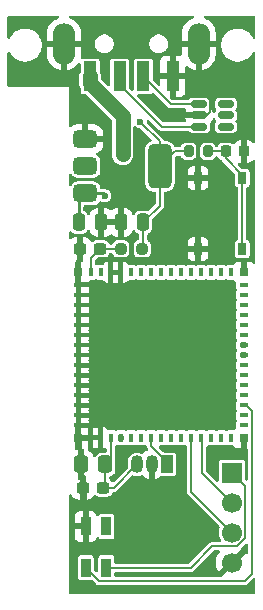
<source format=gbr>
%TF.GenerationSoftware,KiCad,Pcbnew,9.0.7*%
%TF.CreationDate,2026-01-14T01:24:10+01:00*%
%TF.ProjectId,pixel-led,70697865-6c2d-46c6-9564-2e6b69636164,1.2*%
%TF.SameCoordinates,Original*%
%TF.FileFunction,Copper,L1,Top*%
%TF.FilePolarity,Positive*%
%FSLAX46Y46*%
G04 Gerber Fmt 4.6, Leading zero omitted, Abs format (unit mm)*
G04 Created by KiCad (PCBNEW 9.0.7) date 2026-01-14 01:24:10*
%MOMM*%
%LPD*%
G01*
G04 APERTURE LIST*
G04 Aperture macros list*
%AMRoundRect*
0 Rectangle with rounded corners*
0 $1 Rounding radius*
0 $2 $3 $4 $5 $6 $7 $8 $9 X,Y pos of 4 corners*
0 Add a 4 corners polygon primitive as box body*
4,1,4,$2,$3,$4,$5,$6,$7,$8,$9,$2,$3,0*
0 Add four circle primitives for the rounded corners*
1,1,$1+$1,$2,$3*
1,1,$1+$1,$4,$5*
1,1,$1+$1,$6,$7*
1,1,$1+$1,$8,$9*
0 Add four rect primitives between the rounded corners*
20,1,$1+$1,$2,$3,$4,$5,0*
20,1,$1+$1,$4,$5,$6,$7,0*
20,1,$1+$1,$6,$7,$8,$9,0*
20,1,$1+$1,$8,$9,$2,$3,0*%
%AMOutline5P*
0 Free polygon, 5 corners , with rotation*
0 The origin of the aperture is its center*
0 number of corners: always 5*
0 $1 to $10 corner X, Y*
0 $11 Rotation angle, in degrees counterclockwise*
0 create outline with 5 corners*
4,1,5,$1,$2,$3,$4,$5,$6,$7,$8,$9,$10,$1,$2,$11*%
%AMOutline6P*
0 Free polygon, 6 corners , with rotation*
0 The origin of the aperture is its center*
0 number of corners: always 6*
0 $1 to $12 corner X, Y*
0 $13 Rotation angle, in degrees counterclockwise*
0 create outline with 6 corners*
4,1,6,$1,$2,$3,$4,$5,$6,$7,$8,$9,$10,$11,$12,$1,$2,$13*%
%AMOutline7P*
0 Free polygon, 7 corners , with rotation*
0 The origin of the aperture is its center*
0 number of corners: always 7*
0 $1 to $14 corner X, Y*
0 $15 Rotation angle, in degrees counterclockwise*
0 create outline with 7 corners*
4,1,7,$1,$2,$3,$4,$5,$6,$7,$8,$9,$10,$11,$12,$13,$14,$1,$2,$15*%
%AMOutline8P*
0 Free polygon, 8 corners , with rotation*
0 The origin of the aperture is its center*
0 number of corners: always 8*
0 $1 to $16 corner X, Y*
0 $17 Rotation angle, in degrees counterclockwise*
0 create outline with 8 corners*
4,1,8,$1,$2,$3,$4,$5,$6,$7,$8,$9,$10,$11,$12,$13,$14,$15,$16,$1,$2,$17*%
G04 Aperture macros list end*
%TA.AperFunction,SMDPad,CuDef*%
%ADD10RoundRect,0.200000X-0.200000X-0.275000X0.200000X-0.275000X0.200000X0.275000X-0.200000X0.275000X0*%
%TD*%
%TA.AperFunction,SMDPad,CuDef*%
%ADD11RoundRect,0.250000X0.250000X0.475000X-0.250000X0.475000X-0.250000X-0.475000X0.250000X-0.475000X0*%
%TD*%
%TA.AperFunction,SMDPad,CuDef*%
%ADD12RoundRect,0.237500X0.250000X0.237500X-0.250000X0.237500X-0.250000X-0.237500X0.250000X-0.237500X0*%
%TD*%
%TA.AperFunction,SMDPad,CuDef*%
%ADD13R,0.850000X1.600000*%
%TD*%
%TA.AperFunction,ComponentPad*%
%ADD14R,1.700000X1.700000*%
%TD*%
%TA.AperFunction,ComponentPad*%
%ADD15C,1.700000*%
%TD*%
%TA.AperFunction,SMDPad,CuDef*%
%ADD16RoundRect,0.375000X-0.625000X-0.375000X0.625000X-0.375000X0.625000X0.375000X-0.625000X0.375000X0*%
%TD*%
%TA.AperFunction,SMDPad,CuDef*%
%ADD17RoundRect,0.500000X-0.500000X-1.400000X0.500000X-1.400000X0.500000X1.400000X-0.500000X1.400000X0*%
%TD*%
%TA.AperFunction,SMDPad,CuDef*%
%ADD18RoundRect,0.237500X0.300000X0.237500X-0.300000X0.237500X-0.300000X-0.237500X0.300000X-0.237500X0*%
%TD*%
%TA.AperFunction,SMDPad,CuDef*%
%ADD19RoundRect,0.225000X-0.225000X-0.250000X0.225000X-0.250000X0.225000X0.250000X-0.225000X0.250000X0*%
%TD*%
%TA.AperFunction,SMDPad,CuDef*%
%ADD20RoundRect,0.150000X-0.512500X-0.150000X0.512500X-0.150000X0.512500X0.150000X-0.512500X0.150000X0*%
%TD*%
%TA.AperFunction,ComponentPad*%
%ADD21R,1.050000X1.500000*%
%TD*%
%TA.AperFunction,ComponentPad*%
%ADD22O,1.050000X1.500000*%
%TD*%
%TA.AperFunction,SMDPad,CuDef*%
%ADD23R,0.400000X0.800000*%
%TD*%
%TA.AperFunction,SMDPad,CuDef*%
%ADD24R,0.800000X0.400000*%
%TD*%
%TA.AperFunction,HeatsinkPad*%
%ADD25Outline5P,-0.600000X0.204000X-0.204000X0.600000X0.600000X0.600000X0.600000X-0.600000X-0.600000X-0.600000X90.000000*%
%TD*%
%TA.AperFunction,HeatsinkPad*%
%ADD26R,1.200000X1.200000*%
%TD*%
%TA.AperFunction,SMDPad,CuDef*%
%ADD27R,0.800000X0.800000*%
%TD*%
%TA.AperFunction,SMDPad,CuDef*%
%ADD28R,1.100000X2.500000*%
%TD*%
%TA.AperFunction,HeatsinkPad*%
%ADD29O,1.900000X3.500000*%
%TD*%
%TA.AperFunction,SMDPad,CuDef*%
%ADD30R,0.750000X1.000000*%
%TD*%
%TA.AperFunction,SMDPad,CuDef*%
%ADD31RoundRect,0.250000X0.337500X0.475000X-0.337500X0.475000X-0.337500X-0.475000X0.337500X-0.475000X0*%
%TD*%
%TA.AperFunction,SMDPad,CuDef*%
%ADD32RoundRect,0.250000X-0.250000X-0.475000X0.250000X-0.475000X0.250000X0.475000X-0.250000X0.475000X0*%
%TD*%
%TA.AperFunction,ViaPad*%
%ADD33C,0.600000*%
%TD*%
%TA.AperFunction,Conductor*%
%ADD34C,0.200000*%
%TD*%
%TA.AperFunction,Conductor*%
%ADD35C,0.250000*%
%TD*%
%TA.AperFunction,Conductor*%
%ADD36C,1.300000*%
%TD*%
G04 APERTURE END LIST*
D10*
%TO.P,R4,1*%
%TO.N,VCC_3.3V*%
X104839000Y-52000000D03*
%TO.P,R4,2*%
%TO.N,0*%
X106489000Y-52000000D03*
%TD*%
D11*
%TO.P,C1,1*%
%TO.N,VCC_3.3V*%
X101000000Y-58000000D03*
%TO.P,C1,2*%
%TO.N,GND*%
X99100000Y-58000000D03*
%TD*%
D12*
%TO.P,R3,1*%
%TO.N,VCC_3.3V*%
X100912500Y-60250000D03*
%TO.P,R3,2*%
%TO.N,Net-(U3-EN)*%
X99087500Y-60250000D03*
%TD*%
D13*
%TO.P,D1,1,DOUT*%
%TO.N,unconnected-(D1-DOUT-Pad1)*%
X97875000Y-83750000D03*
%TO.P,D1,2,VSS*%
%TO.N,GND*%
X96125000Y-83750000D03*
%TO.P,D1,3,DIN*%
%TO.N,14*%
X96125000Y-87250000D03*
%TO.P,D1,4,VDD*%
%TO.N,VCC_5V*%
X97875000Y-87250000D03*
%TD*%
D14*
%TO.P,J1,1,Pin_1*%
%TO.N,VCC_5V*%
X108500000Y-79190000D03*
D15*
%TO.P,J1,2,Pin_2*%
%TO.N,DAT*%
X108500000Y-81730000D03*
%TO.P,J1,3,Pin_3*%
%TO.N,CLK*%
X108500000Y-84270000D03*
%TO.P,J1,4,Pin_4*%
%TO.N,GND*%
X108500000Y-86810000D03*
%TD*%
D16*
%TO.P,U1,1,GND*%
%TO.N,GND*%
X96100000Y-50950000D03*
%TO.P,U1,2,VO*%
%TO.N,VCC_3.3V*%
X96100000Y-53250000D03*
D17*
X102400000Y-53250000D03*
D16*
%TO.P,U1,3,VI*%
%TO.N,VCC_5V*%
X96100000Y-55550000D03*
%TD*%
D18*
%TO.P,C4,1*%
%TO.N,VCC_3.3V*%
X97612500Y-80500000D03*
%TO.P,C4,2*%
%TO.N,GND*%
X95887500Y-80500000D03*
%TD*%
D19*
%TO.P,C5,1*%
%TO.N,0*%
X107975000Y-52000000D03*
%TO.P,C5,2*%
%TO.N,GND*%
X109525000Y-52000000D03*
%TD*%
D20*
%TO.P,U4,1,I/O1*%
%TO.N,Net-(J2-D+)*%
X105725000Y-48000000D03*
%TO.P,U4,2,GND*%
%TO.N,GND*%
X105725000Y-48950000D03*
%TO.P,U4,3,I/O2*%
%TO.N,Net-(J2-D-)*%
X105725000Y-49900000D03*
%TO.P,U4,4,I/O2*%
%TO.N,D-*%
X108000000Y-49900000D03*
%TO.P,U4,5,VBUS*%
%TO.N,VCC_5V*%
X108000000Y-48950000D03*
%TO.P,U4,6,I/O1*%
%TO.N,D+*%
X108000000Y-48000000D03*
%TD*%
D21*
%TO.P,U2,1,OUT*%
%TO.N,IR*%
X103020000Y-78500000D03*
D22*
%TO.P,U2,2,GND*%
%TO.N,GND*%
X101750000Y-78500000D03*
%TO.P,U2,3,Vs*%
%TO.N,VCC_3.3V*%
X100480000Y-78500000D03*
%TD*%
D23*
%TO.P,U3,1,GND*%
%TO.N,GND*%
X96550000Y-76250000D03*
%TO.P,U3,2,GND*%
X97400000Y-76250000D03*
%TO.P,U3,3,3V3*%
%TO.N,VCC_3.3V*%
X98250000Y-76250000D03*
%TO.P,U3,4,IO0*%
%TO.N,0*%
X99100000Y-76250000D03*
%TO.P,U3,5,IO1*%
%TO.N,unconnected-(U3-IO1-Pad5)*%
X99950000Y-76250000D03*
%TO.P,U3,6,IO2*%
%TO.N,unconnected-(U3-IO2-Pad6)*%
X100800000Y-76250000D03*
%TO.P,U3,7,IO3*%
%TO.N,IR*%
X101650000Y-76250000D03*
%TO.P,U3,8,IO4*%
%TO.N,unconnected-(U3-IO4-Pad8)*%
X102500000Y-76250000D03*
%TO.P,U3,9,IO5*%
%TO.N,unconnected-(U3-IO5-Pad9)*%
X103350000Y-76250000D03*
%TO.P,U3,10,IO6*%
%TO.N,unconnected-(U3-IO6-Pad10)*%
X104200000Y-76250000D03*
%TO.P,U3,11,IO7*%
%TO.N,CLK*%
X105050000Y-76250000D03*
%TO.P,U3,12,IO8*%
%TO.N,DAT*%
X105900000Y-76250000D03*
%TO.P,U3,13,IO9*%
%TO.N,unconnected-(U3-IO9-Pad13)*%
X106750000Y-76250000D03*
%TO.P,U3,14,IO10*%
%TO.N,unconnected-(U3-IO10-Pad14)*%
X107600000Y-76250000D03*
%TO.P,U3,15,IO11*%
%TO.N,unconnected-(U3-IO11-Pad15)*%
X108450000Y-76250000D03*
D24*
%TO.P,U3,16,IO12*%
%TO.N,unconnected-(U3-IO12-Pad16)*%
X109500000Y-75200000D03*
%TO.P,U3,17,IO13*%
%TO.N,unconnected-(U3-IO13-Pad17)*%
X109500000Y-74350000D03*
%TO.P,U3,18,IO14*%
%TO.N,14*%
X109500000Y-73500000D03*
%TO.P,U3,19,IO15*%
%TO.N,15*%
X109500000Y-72650000D03*
%TO.P,U3,20,IO16*%
%TO.N,unconnected-(U3-IO16-Pad20)*%
X109500000Y-71800000D03*
%TO.P,U3,21,IO17*%
%TO.N,unconnected-(U3-IO17-Pad21)*%
X109500000Y-70950000D03*
%TO.P,U3,22,IO18*%
%TO.N,unconnected-(U3-IO18-Pad22)*%
X109500000Y-70100000D03*
%TO.P,U3,23,USB_D-*%
%TO.N,D-*%
X109500000Y-69250000D03*
%TO.P,U3,24,USB_D+*%
%TO.N,D+*%
X109500000Y-68400000D03*
%TO.P,U3,25,IO21*%
%TO.N,unconnected-(U3-IO21-Pad25)*%
X109500000Y-67550000D03*
%TO.P,U3,26,IO26*%
%TO.N,unconnected-(U3-IO26-Pad26)*%
X109500000Y-66700000D03*
%TO.P,U3,27,IO47*%
%TO.N,unconnected-(U3-IO47-Pad27)*%
X109500000Y-65850000D03*
%TO.P,U3,28,IO33*%
%TO.N,unconnected-(U3-IO33-Pad28)*%
X109500000Y-65000000D03*
%TO.P,U3,29,IO34*%
%TO.N,unconnected-(U3-IO34-Pad29)*%
X109500000Y-64150000D03*
%TO.P,U3,30,IO48*%
%TO.N,unconnected-(U3-IO48-Pad30)*%
X109500000Y-63300000D03*
D23*
%TO.P,U3,31,IO35*%
%TO.N,unconnected-(U3-IO35-Pad31)*%
X108450000Y-62250000D03*
%TO.P,U3,32,IO36*%
%TO.N,unconnected-(U3-IO36-Pad32)*%
X107600000Y-62250000D03*
%TO.P,U3,33,IO37*%
%TO.N,unconnected-(U3-IO37-Pad33)*%
X106750000Y-62250000D03*
%TO.P,U3,34,IO38*%
%TO.N,unconnected-(U3-IO38-Pad34)*%
X105900000Y-62250000D03*
%TO.P,U3,35,IO39*%
%TO.N,unconnected-(U3-IO39-Pad35)*%
X105050000Y-62250000D03*
%TO.P,U3,36,IO40*%
%TO.N,unconnected-(U3-IO40-Pad36)*%
X104200000Y-62250000D03*
%TO.P,U3,37,IO41*%
%TO.N,unconnected-(U3-IO41-Pad37)*%
X103350000Y-62250000D03*
%TO.P,U3,38,IO42*%
%TO.N,unconnected-(U3-IO42-Pad38)*%
X102500000Y-62250000D03*
%TO.P,U3,39,TXD0*%
%TO.N,unconnected-(U3-TXD0-Pad39)*%
X101650000Y-62250000D03*
%TO.P,U3,40,RXD0*%
%TO.N,unconnected-(U3-RXD0-Pad40)*%
X100800000Y-62250000D03*
%TO.P,U3,41,IO45*%
%TO.N,unconnected-(U3-IO45-Pad41)*%
X99950000Y-62250000D03*
%TO.P,U3,42,GND*%
%TO.N,GND*%
X99100000Y-62250000D03*
%TO.P,U3,43,GND*%
X98250000Y-62250000D03*
%TO.P,U3,44,IO46*%
%TO.N,unconnected-(U3-IO46-Pad44)*%
X97400000Y-62250000D03*
%TO.P,U3,45,EN*%
%TO.N,Net-(U3-EN)*%
X96550000Y-62250000D03*
D24*
%TO.P,U3,46,GND*%
%TO.N,GND*%
X95500000Y-63300000D03*
%TO.P,U3,47,GND*%
X95500000Y-64150000D03*
%TO.P,U3,48,GND*%
X95500000Y-65000000D03*
%TO.P,U3,49,GND*%
X95500000Y-65850000D03*
%TO.P,U3,50,GND*%
X95500000Y-66700000D03*
%TO.P,U3,51,GND*%
X95500000Y-67550000D03*
%TO.P,U3,52,GND*%
X95500000Y-68400000D03*
%TO.P,U3,53,GND*%
X95500000Y-69250000D03*
%TO.P,U3,54,GND*%
X95500000Y-70100000D03*
%TO.P,U3,55,GND*%
X95500000Y-70950000D03*
%TO.P,U3,56,GND*%
X95500000Y-71800000D03*
%TO.P,U3,57,GND*%
X95500000Y-72650000D03*
%TO.P,U3,58,GND*%
X95500000Y-73500000D03*
%TO.P,U3,59,GND*%
X95500000Y-74350000D03*
%TO.P,U3,60,GND*%
X95500000Y-75200000D03*
D25*
%TO.P,U3,61,GND*%
X100850000Y-70900000D03*
D26*
X102500000Y-70900000D03*
X104150000Y-70900000D03*
X100850000Y-69250000D03*
X102500000Y-69250000D03*
X104150000Y-69250000D03*
X100850000Y-67600000D03*
X102500000Y-67600000D03*
X104150000Y-67600000D03*
D27*
%TO.P,U3,62,GND*%
X95500000Y-76250000D03*
%TO.P,U3,63,GND*%
X109500000Y-76250000D03*
%TO.P,U3,64,GND*%
X109500000Y-62250000D03*
%TO.P,U3,65,GND*%
X95500000Y-62250000D03*
%TD*%
D28*
%TO.P,J2,1,VBUS*%
%TO.N,VCC_5V*%
X96500000Y-45650000D03*
%TO.P,J2,2,D-*%
%TO.N,Net-(J2-D-)*%
X99000000Y-45650000D03*
%TO.P,J2,3,D+*%
%TO.N,Net-(J2-D+)*%
X101000000Y-45650000D03*
%TO.P,J2,4,GND*%
%TO.N,GND*%
X103500000Y-45650000D03*
D29*
%TO.P,J2,5,Shield*%
X94300000Y-42900000D03*
X105700000Y-42900000D03*
%TD*%
D30*
%TO.P,SW2,1,1*%
%TO.N,GND*%
X105625000Y-60250000D03*
X105625000Y-54250000D03*
%TO.P,SW2,2,2*%
%TO.N,0*%
X109375000Y-60250000D03*
X109375000Y-54250000D03*
%TD*%
D31*
%TO.P,C7,1*%
%TO.N,VCC_3.3V*%
X97787500Y-78500000D03*
%TO.P,C7,2*%
%TO.N,GND*%
X95712500Y-78500000D03*
%TD*%
D18*
%TO.P,C3,1*%
%TO.N,Net-(U3-EN)*%
X97362500Y-60250000D03*
%TO.P,C3,2*%
%TO.N,GND*%
X95637500Y-60250000D03*
%TD*%
D32*
%TO.P,C2,1*%
%TO.N,VCC_5V*%
X95550000Y-58000000D03*
%TO.P,C2,2*%
%TO.N,GND*%
X97450000Y-58000000D03*
%TD*%
D33*
%TO.N,0*%
X106496000Y-52000000D03*
X99100000Y-76250000D03*
%TO.N,GND*%
X100000000Y-43500000D03*
X107250000Y-64500000D03*
X109500000Y-76250000D03*
X109500000Y-62250000D03*
X99250000Y-69500000D03*
X95500000Y-48500000D03*
X90250000Y-45500000D03*
X98000000Y-51000000D03*
X103250000Y-85750000D03*
X102250000Y-59250000D03*
X99250000Y-73250000D03*
X108750000Y-57250000D03*
X97750000Y-53500000D03*
X101750000Y-47750000D03*
X99250000Y-78500000D03*
X109500000Y-46750000D03*
X100500000Y-51500000D03*
X103750000Y-49000000D03*
X104000000Y-55000000D03*
X100000000Y-55500000D03*
X106250000Y-67250000D03*
X92000000Y-45500000D03*
X109500000Y-50500000D03*
X96500000Y-41500000D03*
X106750000Y-59250000D03*
X103500000Y-73000000D03*
X106750000Y-74250000D03*
X105250000Y-83000000D03*
X103500000Y-41500000D03*
X97000000Y-85500000D03*
X103500000Y-65750000D03*
X106750000Y-55250000D03*
X99500000Y-63750000D03*
X107750000Y-70750000D03*
X98101468Y-82105575D03*
X101500000Y-64000000D03*
%TO.N,VCC_5V*%
X108000000Y-48950000D03*
X99250000Y-50000000D03*
X99250000Y-51500000D03*
X99250000Y-50750000D03*
X99250000Y-52250000D03*
X97750000Y-55750000D03*
%TO.N,VCC_3.3V*%
X100750000Y-49500000D03*
X97612500Y-80500000D03*
%TO.N,D+*%
X109500000Y-68400000D03*
X108000000Y-48000000D03*
%TO.N,D-*%
X109500000Y-69250000D03*
X108000000Y-49900000D03*
%TD*%
D34*
%TO.N,Net-(U3-EN)*%
X97362500Y-60250000D02*
X99087500Y-60250000D01*
X96550000Y-62250000D02*
X96550000Y-61062500D01*
X96550000Y-61062500D02*
X97362500Y-60250000D01*
%TO.N,14*%
X97226000Y-88351000D02*
X109601000Y-88351000D01*
X109601000Y-88351000D02*
X110201000Y-87751000D01*
X110201000Y-74001000D02*
X109700000Y-73500000D01*
X110201000Y-87751000D02*
X110201000Y-74001000D01*
X109700000Y-73500000D02*
X109500000Y-73500000D01*
X96125000Y-87250000D02*
X97226000Y-88351000D01*
%TO.N,0*%
X109375000Y-54250000D02*
X109375000Y-54003000D01*
X109375000Y-54250000D02*
X109375000Y-60250000D01*
X106496000Y-52000000D02*
X107975000Y-52000000D01*
X109375000Y-54003000D02*
X107975000Y-52603000D01*
X106489000Y-52000000D02*
X106496000Y-52000000D01*
X107975000Y-52603000D02*
X107975000Y-52000000D01*
%TO.N,GND*%
X105625000Y-60250000D02*
X105625000Y-54250000D01*
X95712500Y-80212500D02*
X95712500Y-78500000D01*
X104679468Y-45650000D02*
X106688500Y-47659032D01*
X106387499Y-48950000D02*
X105725000Y-48950000D01*
X103500000Y-45650000D02*
X104679468Y-45650000D01*
X95887500Y-80387500D02*
X95712500Y-80212500D01*
X106688500Y-48648999D02*
X106387499Y-48950000D01*
X95712500Y-76462500D02*
X95500000Y-76250000D01*
X94300000Y-46007164D02*
X94300000Y-42900000D01*
X96125000Y-83750000D02*
X96125000Y-80737500D01*
X106688500Y-47659032D02*
X106688500Y-48648999D01*
X96125000Y-80737500D02*
X95887500Y-80500000D01*
X96100000Y-50950000D02*
X96100000Y-47807164D01*
X96100000Y-47807164D02*
X94300000Y-46007164D01*
X97450000Y-58000000D02*
X99100000Y-58000000D01*
X95712500Y-78500000D02*
X95712500Y-76462500D01*
X95887500Y-80500000D02*
X95887500Y-80387500D01*
D35*
%TO.N,VCC_5V*%
X97550000Y-55550000D02*
X97750000Y-55750000D01*
D36*
X99250000Y-50750000D02*
X99250000Y-51500000D01*
D35*
X96100000Y-55550000D02*
X97550000Y-55550000D01*
X95550000Y-58000000D02*
X95550000Y-56100000D01*
D36*
X96500000Y-46250000D02*
X99250000Y-49000000D01*
D34*
X108976760Y-85421000D02*
X109651000Y-84746760D01*
D36*
X96500000Y-45650000D02*
X96500000Y-46250000D01*
X99250000Y-50000000D02*
X99250000Y-50750000D01*
D35*
X95550000Y-56100000D02*
X96100000Y-55550000D01*
D34*
X109651000Y-80341000D02*
X108500000Y-79190000D01*
X106829000Y-85421000D02*
X108976760Y-85421000D01*
D36*
X99250000Y-49000000D02*
X99250000Y-50000000D01*
X99250000Y-51500000D02*
X99250000Y-52250000D01*
D34*
X109651000Y-84746760D02*
X109651000Y-80341000D01*
X105000000Y-87250000D02*
X106829000Y-85421000D01*
X97875000Y-87250000D02*
X105000000Y-87250000D01*
%TO.N,VCC_3.3V*%
X97787500Y-78500000D02*
X97787500Y-80325000D01*
X102400000Y-53250000D02*
X102400000Y-51150000D01*
X101000000Y-60162500D02*
X100912500Y-60250000D01*
X102400000Y-56600000D02*
X101000000Y-58000000D01*
X98480000Y-80500000D02*
X100480000Y-78500000D01*
X102400000Y-53250000D02*
X102400000Y-56600000D01*
X104839000Y-52000000D02*
X103650000Y-52000000D01*
X102400000Y-51150000D02*
X100750000Y-49500000D01*
X101000000Y-58000000D02*
X101000000Y-60162500D01*
X97787500Y-78500000D02*
X98250000Y-78037500D01*
X97787500Y-80325000D02*
X97612500Y-80500000D01*
X98250000Y-78037500D02*
X98250000Y-76250000D01*
X103650000Y-52000000D02*
X102400000Y-53250000D01*
X97612500Y-80500000D02*
X98480000Y-80500000D01*
%TO.N,DAT*%
X106000000Y-79230000D02*
X108500000Y-81730000D01*
X105900000Y-76250000D02*
X106000000Y-76350000D01*
X106000000Y-76350000D02*
X106000000Y-79230000D01*
%TO.N,CLK*%
X105050000Y-76250000D02*
X105050000Y-80820000D01*
X105050000Y-80820000D02*
X108500000Y-84270000D01*
%TO.N,Net-(J2-D-)*%
X99000000Y-45650000D02*
X99000000Y-46350000D01*
X99000000Y-46350000D02*
X102550000Y-49900000D01*
X102550000Y-49900000D02*
X105725000Y-49900000D01*
%TO.N,Net-(J2-D+)*%
X103350000Y-48000000D02*
X105725000Y-48000000D01*
X101000000Y-45650000D02*
X103350000Y-48000000D01*
%TO.N,IR*%
X103020000Y-78275000D02*
X101650000Y-76905000D01*
X103020000Y-78500000D02*
X103020000Y-78275000D01*
X101650000Y-76905000D02*
X101650000Y-76250000D01*
%TD*%
%TA.AperFunction,Conductor*%
%TO.N,GND*%
G36*
X93814587Y-40520185D02*
G01*
X93860342Y-40572989D01*
X93870286Y-40642147D01*
X93841261Y-40705703D01*
X93785866Y-40742431D01*
X93743395Y-40756230D01*
X93540033Y-40859849D01*
X93355385Y-40994004D01*
X93194004Y-41155385D01*
X93059849Y-41340033D01*
X92956230Y-41543395D01*
X92885704Y-41760455D01*
X92850000Y-41985883D01*
X92850000Y-42650000D01*
X93850000Y-42650000D01*
X93850000Y-43150000D01*
X92850000Y-43150000D01*
X92850000Y-43814116D01*
X92885704Y-44039544D01*
X92956230Y-44256604D01*
X93059849Y-44459966D01*
X93194004Y-44644614D01*
X93355385Y-44805995D01*
X93540033Y-44940150D01*
X93743395Y-45043769D01*
X93960455Y-45114295D01*
X94050000Y-45128478D01*
X94050000Y-44075277D01*
X94126306Y-44119333D01*
X94240756Y-44150000D01*
X94359244Y-44150000D01*
X94473694Y-44119333D01*
X94550000Y-44075277D01*
X94550000Y-45128477D01*
X94639544Y-45114295D01*
X94856604Y-45043769D01*
X95059966Y-44940150D01*
X95244614Y-44805995D01*
X95405995Y-44644614D01*
X95406000Y-44644608D01*
X95475182Y-44549388D01*
X95530512Y-44506722D01*
X95600125Y-44500743D01*
X95661920Y-44533348D01*
X95696277Y-44594187D01*
X95699500Y-44622273D01*
X95699500Y-45204793D01*
X95690061Y-45252245D01*
X95634106Y-45387332D01*
X95634103Y-45387341D01*
X95599500Y-45561304D01*
X95599500Y-46338696D01*
X95634103Y-46512659D01*
X95634104Y-46512663D01*
X95634105Y-46512666D01*
X95649570Y-46550000D01*
X95690061Y-46647754D01*
X95699500Y-46695207D01*
X95699500Y-46924678D01*
X95714032Y-46997735D01*
X95714033Y-46997739D01*
X95714034Y-46997740D01*
X95769399Y-47080601D01*
X95852260Y-47135966D01*
X95852264Y-47135967D01*
X95925321Y-47150499D01*
X95925324Y-47150500D01*
X95925326Y-47150500D01*
X96075638Y-47150500D01*
X96142677Y-47170185D01*
X96163319Y-47186819D01*
X98313181Y-49336680D01*
X98346666Y-49398003D01*
X98349500Y-49424361D01*
X98349500Y-52338695D01*
X98384103Y-52512658D01*
X98384106Y-52512667D01*
X98451983Y-52676540D01*
X98451990Y-52676553D01*
X98550535Y-52824034D01*
X98550538Y-52824038D01*
X98675961Y-52949461D01*
X98675965Y-52949464D01*
X98823446Y-53048009D01*
X98823459Y-53048016D01*
X98946363Y-53098923D01*
X98987334Y-53115894D01*
X98987336Y-53115894D01*
X98987341Y-53115896D01*
X99161304Y-53150499D01*
X99161307Y-53150500D01*
X99161309Y-53150500D01*
X99338693Y-53150500D01*
X99338694Y-53150499D01*
X99396682Y-53138964D01*
X99512658Y-53115896D01*
X99512661Y-53115894D01*
X99512666Y-53115894D01*
X99676547Y-53048013D01*
X99824035Y-52949464D01*
X99949464Y-52824035D01*
X100048013Y-52676547D01*
X100050051Y-52671628D01*
X100083991Y-52589687D01*
X100115894Y-52512666D01*
X100120685Y-52488583D01*
X100148151Y-52350500D01*
X100150500Y-52338691D01*
X100150500Y-51411309D01*
X100150500Y-50661309D01*
X100150500Y-49978386D01*
X100170185Y-49911347D01*
X100222989Y-49865592D01*
X100292147Y-49855648D01*
X100355703Y-49884673D01*
X100362181Y-49890705D01*
X100411985Y-49940509D01*
X100411986Y-49940510D01*
X100411988Y-49940511D01*
X100537511Y-50012982D01*
X100537512Y-50012982D01*
X100537515Y-50012984D01*
X100677525Y-50050500D01*
X100753456Y-50050500D01*
X100820495Y-50070185D01*
X100841137Y-50086819D01*
X101693018Y-50938699D01*
X101726503Y-51000022D01*
X101721519Y-51069713D01*
X101679647Y-51125647D01*
X101644342Y-51144085D01*
X101580669Y-51165185D01*
X101580666Y-51165186D01*
X101580663Y-51165187D01*
X101431342Y-51257289D01*
X101307289Y-51381342D01*
X101215187Y-51530663D01*
X101215185Y-51530668D01*
X101203327Y-51566454D01*
X101160001Y-51697203D01*
X101160001Y-51697204D01*
X101160000Y-51697204D01*
X101149500Y-51799983D01*
X101149500Y-54700001D01*
X101149501Y-54700018D01*
X101160000Y-54802796D01*
X101160001Y-54802799D01*
X101215185Y-54969331D01*
X101215187Y-54969336D01*
X101233639Y-54999251D01*
X101307288Y-55118656D01*
X101431344Y-55242712D01*
X101580666Y-55334814D01*
X101747203Y-55389999D01*
X101849991Y-55400500D01*
X101925500Y-55400499D01*
X101992538Y-55420183D01*
X102038294Y-55472986D01*
X102049500Y-55524499D01*
X102049500Y-56403455D01*
X102029815Y-56470494D01*
X102013181Y-56491136D01*
X101498265Y-57006051D01*
X101436942Y-57039536D01*
X101367251Y-57034552D01*
X101357486Y-57030910D01*
X101357485Y-57030909D01*
X101357483Y-57030909D01*
X101297873Y-57024500D01*
X101297863Y-57024500D01*
X100702129Y-57024500D01*
X100702123Y-57024501D01*
X100642516Y-57030908D01*
X100507671Y-57081202D01*
X100507664Y-57081206D01*
X100392455Y-57167452D01*
X100392452Y-57167455D01*
X100306206Y-57282664D01*
X100306201Y-57282674D01*
X100298817Y-57302471D01*
X100256945Y-57358404D01*
X100191480Y-57382820D01*
X100123207Y-57367967D01*
X100073803Y-57318561D01*
X100064930Y-57298140D01*
X100034358Y-57205880D01*
X100034356Y-57205875D01*
X99942315Y-57056654D01*
X99818345Y-56932684D01*
X99669124Y-56840643D01*
X99669119Y-56840641D01*
X99502697Y-56785494D01*
X99502690Y-56785493D01*
X99399986Y-56775000D01*
X99350000Y-56775000D01*
X99350000Y-59224999D01*
X99399972Y-59224999D01*
X99399986Y-59224998D01*
X99502697Y-59214505D01*
X99669119Y-59159358D01*
X99669124Y-59159356D01*
X99818345Y-59067315D01*
X99942315Y-58943345D01*
X100034356Y-58794124D01*
X100034359Y-58794117D01*
X100064930Y-58701860D01*
X100104702Y-58644415D01*
X100169218Y-58617591D01*
X100237994Y-58629906D01*
X100289194Y-58677448D01*
X100298818Y-58697529D01*
X100306203Y-58717329D01*
X100306206Y-58717335D01*
X100392452Y-58832544D01*
X100392455Y-58832547D01*
X100507664Y-58918793D01*
X100507669Y-58918796D01*
X100568833Y-58941608D01*
X100624766Y-58983478D01*
X100649184Y-59048942D01*
X100649500Y-59057790D01*
X100649500Y-59410942D01*
X100629815Y-59477981D01*
X100577011Y-59523736D01*
X100564911Y-59527884D01*
X100564969Y-59528038D01*
X100426219Y-59579789D01*
X100313884Y-59663884D01*
X100229789Y-59776219D01*
X100180748Y-59907700D01*
X100174500Y-59965809D01*
X100174500Y-60534190D01*
X100180748Y-60592299D01*
X100199770Y-60643297D01*
X100229788Y-60723778D01*
X100313884Y-60836116D01*
X100426222Y-60920212D01*
X100518594Y-60954665D01*
X100557700Y-60969251D01*
X100615809Y-60975499D01*
X100615826Y-60975500D01*
X101209174Y-60975500D01*
X101209190Y-60975499D01*
X101267299Y-60969251D01*
X101398778Y-60920212D01*
X101511116Y-60836116D01*
X101539766Y-60797844D01*
X104750000Y-60797844D01*
X104756401Y-60857372D01*
X104756403Y-60857379D01*
X104806645Y-60992086D01*
X104806649Y-60992093D01*
X104892809Y-61107187D01*
X104892812Y-61107190D01*
X105007906Y-61193350D01*
X105007913Y-61193354D01*
X105142620Y-61243596D01*
X105142627Y-61243598D01*
X105202155Y-61249999D01*
X105202172Y-61250000D01*
X105375000Y-61250000D01*
X105875000Y-61250000D01*
X106047828Y-61250000D01*
X106047844Y-61249999D01*
X106107372Y-61243598D01*
X106107379Y-61243596D01*
X106242086Y-61193354D01*
X106242093Y-61193350D01*
X106357187Y-61107190D01*
X106357190Y-61107187D01*
X106443350Y-60992093D01*
X106443354Y-60992086D01*
X106493596Y-60857379D01*
X106493598Y-60857372D01*
X106499999Y-60797844D01*
X106500000Y-60797827D01*
X106500000Y-60500000D01*
X105875000Y-60500000D01*
X105875000Y-61250000D01*
X105375000Y-61250000D01*
X105375000Y-60500000D01*
X104750000Y-60500000D01*
X104750000Y-60797844D01*
X101539766Y-60797844D01*
X101595212Y-60723778D01*
X101644251Y-60592299D01*
X101650499Y-60534190D01*
X101650500Y-60534173D01*
X101650500Y-59965826D01*
X101650499Y-59965809D01*
X101644251Y-59907700D01*
X101625230Y-59856703D01*
X101595212Y-59776222D01*
X101539766Y-59702155D01*
X104750000Y-59702155D01*
X104750000Y-60000000D01*
X105375000Y-60000000D01*
X105875000Y-60000000D01*
X106500000Y-60000000D01*
X106500000Y-59702172D01*
X106499999Y-59702155D01*
X106493598Y-59642627D01*
X106493596Y-59642620D01*
X106443354Y-59507913D01*
X106443350Y-59507906D01*
X106357190Y-59392812D01*
X106357187Y-59392809D01*
X106242093Y-59306649D01*
X106242086Y-59306645D01*
X106107379Y-59256403D01*
X106107372Y-59256401D01*
X106047844Y-59250000D01*
X105875000Y-59250000D01*
X105875000Y-60000000D01*
X105375000Y-60000000D01*
X105375000Y-59250000D01*
X105202155Y-59250000D01*
X105142627Y-59256401D01*
X105142620Y-59256403D01*
X105007913Y-59306645D01*
X105007906Y-59306649D01*
X104892812Y-59392809D01*
X104892809Y-59392812D01*
X104806649Y-59507906D01*
X104806645Y-59507913D01*
X104756403Y-59642620D01*
X104756401Y-59642627D01*
X104750000Y-59702155D01*
X101539766Y-59702155D01*
X101511116Y-59663884D01*
X101482711Y-59642620D01*
X101400189Y-59580843D01*
X101358318Y-59524909D01*
X101350500Y-59481577D01*
X101350500Y-59057790D01*
X101370185Y-58990751D01*
X101422989Y-58944996D01*
X101431146Y-58941616D01*
X101492331Y-58918796D01*
X101607546Y-58832546D01*
X101693796Y-58717331D01*
X101744091Y-58582483D01*
X101750500Y-58522873D01*
X101750499Y-57796542D01*
X101770183Y-57729504D01*
X101786813Y-57708867D01*
X102680470Y-56815212D01*
X102726614Y-56735288D01*
X102750500Y-56646144D01*
X102750500Y-55524499D01*
X102770185Y-55457460D01*
X102822989Y-55411705D01*
X102874500Y-55400499D01*
X102950002Y-55400499D01*
X102950008Y-55400499D01*
X103052797Y-55389999D01*
X103219334Y-55334814D01*
X103368656Y-55242712D01*
X103492712Y-55118656D01*
X103584814Y-54969334D01*
X103639999Y-54802797D01*
X103640505Y-54797844D01*
X104750000Y-54797844D01*
X104756401Y-54857372D01*
X104756403Y-54857379D01*
X104806645Y-54992086D01*
X104806648Y-54992091D01*
X104892809Y-55107187D01*
X104892812Y-55107190D01*
X105007906Y-55193350D01*
X105007913Y-55193354D01*
X105142620Y-55243596D01*
X105142627Y-55243598D01*
X105202155Y-55249999D01*
X105202172Y-55250000D01*
X105375000Y-55250000D01*
X105875000Y-55250000D01*
X106047828Y-55250000D01*
X106047844Y-55249999D01*
X106107372Y-55243598D01*
X106107379Y-55243596D01*
X106242086Y-55193354D01*
X106242093Y-55193350D01*
X106357187Y-55107190D01*
X106357190Y-55107187D01*
X106443352Y-54992091D01*
X106443354Y-54992086D01*
X106493596Y-54857379D01*
X106493598Y-54857372D01*
X106499999Y-54797844D01*
X106500000Y-54797827D01*
X106500000Y-54500000D01*
X105875000Y-54500000D01*
X105875000Y-55250000D01*
X105375000Y-55250000D01*
X105375000Y-54500000D01*
X104750000Y-54500000D01*
X104750000Y-54797844D01*
X103640505Y-54797844D01*
X103650500Y-54700009D01*
X103650499Y-53702155D01*
X104750000Y-53702155D01*
X104750000Y-54000000D01*
X105375000Y-54000000D01*
X105875000Y-54000000D01*
X106500000Y-54000000D01*
X106500000Y-53702172D01*
X106499999Y-53702155D01*
X106493598Y-53642627D01*
X106493596Y-53642620D01*
X106443354Y-53507913D01*
X106443350Y-53507906D01*
X106357190Y-53392812D01*
X106357187Y-53392809D01*
X106242093Y-53306649D01*
X106242086Y-53306645D01*
X106107379Y-53256403D01*
X106107372Y-53256401D01*
X106047844Y-53250000D01*
X105875000Y-53250000D01*
X105875000Y-54000000D01*
X105375000Y-54000000D01*
X105375000Y-53250000D01*
X105202155Y-53250000D01*
X105142627Y-53256401D01*
X105142620Y-53256403D01*
X105007913Y-53306645D01*
X105007906Y-53306649D01*
X104892812Y-53392809D01*
X104892809Y-53392812D01*
X104806649Y-53507906D01*
X104806645Y-53507913D01*
X104756403Y-53642620D01*
X104756401Y-53642627D01*
X104750000Y-53702155D01*
X103650499Y-53702155D01*
X103650499Y-53569399D01*
X103650499Y-52546545D01*
X103659143Y-52517107D01*
X103665667Y-52487117D01*
X103669422Y-52482100D01*
X103670184Y-52479506D01*
X103686818Y-52458863D01*
X103758864Y-52386818D01*
X103820188Y-52353334D01*
X103846545Y-52350500D01*
X104100153Y-52350500D01*
X104167192Y-52370185D01*
X104212947Y-52422989D01*
X104217187Y-52433528D01*
X104236207Y-52487882D01*
X104316850Y-52597150D01*
X104426118Y-52677793D01*
X104468845Y-52692744D01*
X104554299Y-52722646D01*
X104584730Y-52725500D01*
X104584734Y-52725500D01*
X105093270Y-52725500D01*
X105123699Y-52722646D01*
X105123701Y-52722646D01*
X105191590Y-52698890D01*
X105251882Y-52677793D01*
X105361150Y-52597150D01*
X105441793Y-52487882D01*
X105477157Y-52386818D01*
X105486646Y-52359701D01*
X105486646Y-52359699D01*
X105489500Y-52329269D01*
X105489500Y-51670730D01*
X105838500Y-51670730D01*
X105838500Y-52329269D01*
X105841353Y-52359699D01*
X105841353Y-52359701D01*
X105885939Y-52487117D01*
X105886207Y-52487882D01*
X105966850Y-52597150D01*
X106076118Y-52677793D01*
X106118845Y-52692744D01*
X106204299Y-52722646D01*
X106234730Y-52725500D01*
X106234734Y-52725500D01*
X106743270Y-52725500D01*
X106773699Y-52722646D01*
X106773701Y-52722646D01*
X106841590Y-52698890D01*
X106901882Y-52677793D01*
X107011150Y-52597150D01*
X107091793Y-52487882D01*
X107094370Y-52480515D01*
X107135088Y-52423742D01*
X107200040Y-52397992D01*
X107268602Y-52411446D01*
X107319006Y-52459832D01*
X107327591Y-52478133D01*
X107328371Y-52480225D01*
X107334621Y-52488574D01*
X107410313Y-52589687D01*
X107519774Y-52671628D01*
X107592870Y-52698891D01*
X107648801Y-52740762D01*
X107656921Y-52753072D01*
X107694527Y-52818208D01*
X107694531Y-52818213D01*
X108713181Y-53836863D01*
X108746666Y-53898186D01*
X108749500Y-53924544D01*
X108749500Y-54774678D01*
X108764032Y-54847735D01*
X108764033Y-54847739D01*
X108764034Y-54847740D01*
X108819399Y-54930601D01*
X108902260Y-54985966D01*
X108924690Y-54990427D01*
X108986601Y-55022811D01*
X109021176Y-55083526D01*
X109024500Y-55112045D01*
X109024500Y-59387954D01*
X109004815Y-59454993D01*
X108952011Y-59500748D01*
X108924693Y-59509571D01*
X108902262Y-59514032D01*
X108902260Y-59514033D01*
X108819399Y-59569399D01*
X108764033Y-59652260D01*
X108764032Y-59652264D01*
X108749500Y-59725321D01*
X108749500Y-60774678D01*
X108764032Y-60847735D01*
X108764033Y-60847739D01*
X108764034Y-60847740D01*
X108819399Y-60930601D01*
X108890838Y-60978334D01*
X108902260Y-60985966D01*
X108902264Y-60985967D01*
X108975321Y-61000499D01*
X108975324Y-61000500D01*
X108975326Y-61000500D01*
X109774676Y-61000500D01*
X109774677Y-61000499D01*
X109847740Y-60985966D01*
X109930601Y-60930601D01*
X109985966Y-60847740D01*
X110000500Y-60774674D01*
X110000500Y-59725326D01*
X110000500Y-59725323D01*
X110000499Y-59725321D01*
X109985967Y-59652264D01*
X109985966Y-59652260D01*
X109982143Y-59646539D01*
X109930601Y-59569399D01*
X109863404Y-59524500D01*
X109847739Y-59514033D01*
X109847737Y-59514032D01*
X109825307Y-59509571D01*
X109763397Y-59477185D01*
X109728823Y-59416469D01*
X109725500Y-59387954D01*
X109725500Y-55112045D01*
X109745185Y-55045006D01*
X109797989Y-54999251D01*
X109825307Y-54990428D01*
X109847740Y-54985966D01*
X109930601Y-54930601D01*
X109985966Y-54847740D01*
X110000500Y-54774674D01*
X110000500Y-53725326D01*
X110000500Y-53725323D01*
X110000499Y-53725321D01*
X109985967Y-53652264D01*
X109985966Y-53652260D01*
X109930601Y-53569399D01*
X109847740Y-53514034D01*
X109847739Y-53514033D01*
X109847735Y-53514032D01*
X109774677Y-53499500D01*
X109774674Y-53499500D01*
X109418544Y-53499500D01*
X109351505Y-53479815D01*
X109330863Y-53463181D01*
X109042211Y-53174529D01*
X109008726Y-53113206D01*
X109013710Y-53043514D01*
X109055582Y-52987581D01*
X109121046Y-52963164D01*
X109145586Y-52964881D01*
X109145659Y-52964168D01*
X109251683Y-52974999D01*
X109275000Y-52974998D01*
X109275000Y-51024999D01*
X109251693Y-51025000D01*
X109251674Y-51025001D01*
X109152392Y-51035144D01*
X108991518Y-51088452D01*
X108991507Y-51088457D01*
X108847271Y-51177424D01*
X108847267Y-51177427D01*
X108727424Y-51297270D01*
X108691649Y-51355270D01*
X108639701Y-51401993D01*
X108570738Y-51413214D01*
X108511802Y-51389438D01*
X108430230Y-51328374D01*
X108430227Y-51328373D01*
X108430226Y-51328372D01*
X108302114Y-51280588D01*
X108302112Y-51280587D01*
X108302110Y-51280587D01*
X108245493Y-51274500D01*
X107704518Y-51274500D01*
X107704509Y-51274501D01*
X107647885Y-51280587D01*
X107519773Y-51328372D01*
X107410313Y-51410313D01*
X107328371Y-51519774D01*
X107327590Y-51521870D01*
X107326250Y-51523658D01*
X107324124Y-51527554D01*
X107323563Y-51527247D01*
X107285715Y-51577801D01*
X107220249Y-51602214D01*
X107151977Y-51587357D01*
X107102575Y-51537949D01*
X107094372Y-51519490D01*
X107091793Y-51512118D01*
X107011150Y-51402850D01*
X106901882Y-51322207D01*
X106901880Y-51322206D01*
X106773700Y-51277353D01*
X106743270Y-51274500D01*
X106743266Y-51274500D01*
X106234734Y-51274500D01*
X106234730Y-51274500D01*
X106204300Y-51277353D01*
X106204298Y-51277353D01*
X106076119Y-51322206D01*
X106076117Y-51322207D01*
X105966850Y-51402850D01*
X105886207Y-51512117D01*
X105886206Y-51512119D01*
X105841353Y-51640298D01*
X105841353Y-51640300D01*
X105838500Y-51670730D01*
X105489500Y-51670730D01*
X105486646Y-51640300D01*
X105486646Y-51640298D01*
X105444472Y-51519774D01*
X105441793Y-51512118D01*
X105361150Y-51402850D01*
X105251882Y-51322207D01*
X105251880Y-51322206D01*
X105123700Y-51277353D01*
X105093270Y-51274500D01*
X105093266Y-51274500D01*
X104584734Y-51274500D01*
X104584730Y-51274500D01*
X104554300Y-51277353D01*
X104554298Y-51277353D01*
X104426119Y-51322206D01*
X104426117Y-51322207D01*
X104335023Y-51389438D01*
X104316850Y-51402850D01*
X104236207Y-51512118D01*
X104217193Y-51566456D01*
X104176473Y-51623231D01*
X104111520Y-51648978D01*
X104100153Y-51649500D01*
X103713733Y-51649500D01*
X103646694Y-51629815D01*
X103600939Y-51577011D01*
X103596028Y-51564506D01*
X103587227Y-51537949D01*
X103584814Y-51530666D01*
X103492712Y-51381344D01*
X103368656Y-51257288D01*
X103239175Y-51177424D01*
X103219336Y-51165187D01*
X103219331Y-51165185D01*
X103217862Y-51164698D01*
X103052797Y-51110001D01*
X103052795Y-51110000D01*
X102950016Y-51099500D01*
X102950009Y-51099500D01*
X102844482Y-51099500D01*
X102777443Y-51079815D01*
X102744384Y-51048688D01*
X102730704Y-51029978D01*
X102726614Y-51014712D01*
X102680469Y-50934788D01*
X102615212Y-50869531D01*
X101996180Y-50250499D01*
X101336819Y-49591137D01*
X101303334Y-49529814D01*
X101300500Y-49503456D01*
X101300500Y-49445544D01*
X101320185Y-49378505D01*
X101372989Y-49332750D01*
X101442147Y-49322806D01*
X101505703Y-49351831D01*
X101512181Y-49357863D01*
X102334788Y-50180470D01*
X102390240Y-50212485D01*
X102390242Y-50212486D01*
X102414709Y-50226613D01*
X102414711Y-50226613D01*
X102414712Y-50226614D01*
X102503856Y-50250500D01*
X104795245Y-50250500D01*
X104862284Y-50270185D01*
X104882926Y-50286819D01*
X104974152Y-50378045D01*
X104974154Y-50378046D01*
X104974158Y-50378050D01*
X105087194Y-50435645D01*
X105087198Y-50435647D01*
X105180975Y-50450499D01*
X105180981Y-50450500D01*
X106269018Y-50450499D01*
X106362804Y-50435646D01*
X106475842Y-50378050D01*
X106565550Y-50288342D01*
X106623146Y-50175304D01*
X106623146Y-50175302D01*
X106623147Y-50175301D01*
X106634919Y-50100974D01*
X106638000Y-50081519D01*
X106637999Y-49718482D01*
X106634245Y-49694780D01*
X106643198Y-49625490D01*
X106669038Y-49587700D01*
X106755178Y-49501561D01*
X106755185Y-49501552D01*
X106838781Y-49360197D01*
X106871894Y-49246223D01*
X106883725Y-49227696D01*
X106891292Y-49207060D01*
X106902161Y-49198828D01*
X106909500Y-49187337D01*
X106929468Y-49178148D01*
X106946992Y-49164878D01*
X106960586Y-49163829D01*
X106972973Y-49158130D01*
X106994738Y-49161196D01*
X107016655Y-49159506D01*
X107028659Y-49165974D01*
X107042159Y-49167876D01*
X107058810Y-49182221D01*
X107078163Y-49192649D01*
X107090482Y-49209505D01*
X107095094Y-49213479D01*
X107099471Y-49220786D01*
X107101807Y-49225008D01*
X107101854Y-49225304D01*
X107159450Y-49338342D01*
X107170783Y-49349675D01*
X107179245Y-49364969D01*
X107183205Y-49382698D01*
X107191911Y-49398642D01*
X107190663Y-49416088D01*
X107194476Y-49433158D01*
X107188222Y-49450212D01*
X107186927Y-49468334D01*
X107174474Y-49487709D01*
X107170424Y-49498757D01*
X107164489Y-49503251D01*
X107165189Y-49503759D01*
X107159451Y-49511657D01*
X107101852Y-49624698D01*
X107087000Y-49718475D01*
X107087000Y-50081517D01*
X107097792Y-50149657D01*
X107101854Y-50175304D01*
X107159450Y-50288342D01*
X107159452Y-50288344D01*
X107159454Y-50288347D01*
X107249152Y-50378045D01*
X107249154Y-50378046D01*
X107249158Y-50378050D01*
X107362194Y-50435645D01*
X107362198Y-50435647D01*
X107455975Y-50450499D01*
X107455981Y-50450500D01*
X107927523Y-50450499D01*
X107927525Y-50450500D01*
X108072475Y-50450500D01*
X108072477Y-50450499D01*
X108544018Y-50450499D01*
X108637804Y-50435646D01*
X108750842Y-50378050D01*
X108840550Y-50288342D01*
X108898146Y-50175304D01*
X108898146Y-50175302D01*
X108898147Y-50175301D01*
X108909919Y-50100974D01*
X108913000Y-50081519D01*
X108912999Y-49718482D01*
X108898146Y-49624696D01*
X108840550Y-49511658D01*
X108840545Y-49511653D01*
X108834811Y-49503759D01*
X108836165Y-49502774D01*
X108808090Y-49451368D01*
X108813069Y-49381676D01*
X108835513Y-49346751D01*
X108834811Y-49346241D01*
X108840542Y-49338349D01*
X108840550Y-49338342D01*
X108898146Y-49225304D01*
X108898146Y-49225302D01*
X108898147Y-49225301D01*
X108912999Y-49131524D01*
X108913000Y-49131519D01*
X108912999Y-48768482D01*
X108898146Y-48674696D01*
X108840550Y-48561658D01*
X108840545Y-48561653D01*
X108834811Y-48553759D01*
X108836165Y-48552774D01*
X108808090Y-48501368D01*
X108813069Y-48431676D01*
X108835513Y-48396751D01*
X108834811Y-48396241D01*
X108840542Y-48388349D01*
X108840550Y-48388342D01*
X108898146Y-48275304D01*
X108898146Y-48275302D01*
X108898147Y-48275301D01*
X108912999Y-48181524D01*
X108913000Y-48181519D01*
X108912999Y-47818482D01*
X108898146Y-47724696D01*
X108840550Y-47611658D01*
X108840546Y-47611654D01*
X108840545Y-47611652D01*
X108750847Y-47521954D01*
X108750844Y-47521952D01*
X108750842Y-47521950D01*
X108674017Y-47482805D01*
X108637801Y-47464352D01*
X108544024Y-47449500D01*
X108544019Y-47449500D01*
X108072476Y-47449500D01*
X108072475Y-47449500D01*
X107927525Y-47449500D01*
X107927522Y-47449500D01*
X107455982Y-47449500D01*
X107375019Y-47462323D01*
X107362196Y-47464354D01*
X107249158Y-47521950D01*
X107249157Y-47521951D01*
X107249152Y-47521954D01*
X107159454Y-47611652D01*
X107159451Y-47611657D01*
X107101852Y-47724698D01*
X107087000Y-47818475D01*
X107087000Y-48181517D01*
X107097792Y-48249657D01*
X107101854Y-48275304D01*
X107159450Y-48388342D01*
X107159453Y-48388345D01*
X107165189Y-48396241D01*
X107163834Y-48397224D01*
X107191911Y-48448642D01*
X107186927Y-48518334D01*
X107179245Y-48535032D01*
X107170784Y-48550323D01*
X107159450Y-48561658D01*
X107101854Y-48674696D01*
X107101807Y-48674991D01*
X107099471Y-48679214D01*
X107076073Y-48702351D01*
X107053481Y-48726273D01*
X107051350Y-48726800D01*
X107049791Y-48728343D01*
X107017598Y-48735158D01*
X106985660Y-48743068D01*
X106983583Y-48742360D01*
X106981437Y-48742815D01*
X106950663Y-48731141D01*
X106919525Y-48720530D01*
X106918160Y-48718812D01*
X106916109Y-48718034D01*
X106896534Y-48691580D01*
X106876074Y-48665815D01*
X106874839Y-48662258D01*
X106874550Y-48661868D01*
X106874514Y-48661322D01*
X106871894Y-48653777D01*
X106838781Y-48539801D01*
X106755185Y-48398447D01*
X106755178Y-48398438D01*
X106669038Y-48312298D01*
X106635553Y-48250975D01*
X106634246Y-48205219D01*
X106638000Y-48181519D01*
X106637999Y-47818482D01*
X106623146Y-47724696D01*
X106565550Y-47611658D01*
X106565546Y-47611654D01*
X106565545Y-47611652D01*
X106475847Y-47521954D01*
X106475844Y-47521952D01*
X106475842Y-47521950D01*
X106399017Y-47482805D01*
X106362801Y-47464352D01*
X106269024Y-47449500D01*
X105180982Y-47449500D01*
X105100019Y-47462323D01*
X105087196Y-47464354D01*
X104974158Y-47521950D01*
X104974157Y-47521951D01*
X104974152Y-47521954D01*
X104882926Y-47613181D01*
X104821603Y-47646666D01*
X104795245Y-47649500D01*
X103546544Y-47649500D01*
X103479505Y-47629815D01*
X103458863Y-47613181D01*
X103286319Y-47440637D01*
X103264129Y-47400000D01*
X103750000Y-47400000D01*
X104097828Y-47400000D01*
X104097844Y-47399999D01*
X104157372Y-47393598D01*
X104157379Y-47393596D01*
X104292086Y-47343354D01*
X104292093Y-47343350D01*
X104407187Y-47257190D01*
X104407190Y-47257187D01*
X104493350Y-47142093D01*
X104493354Y-47142086D01*
X104543596Y-47007379D01*
X104543598Y-47007372D01*
X104549999Y-46947844D01*
X104550000Y-46947827D01*
X104550000Y-45900000D01*
X103750000Y-45900000D01*
X103750000Y-47400000D01*
X103264129Y-47400000D01*
X103252834Y-47379314D01*
X103250000Y-47352956D01*
X103250000Y-45900000D01*
X102450000Y-45900000D01*
X102450000Y-46304956D01*
X102430315Y-46371995D01*
X102377511Y-46417750D01*
X102308353Y-46427694D01*
X102244797Y-46398669D01*
X102238319Y-46392637D01*
X101836819Y-45991137D01*
X101803334Y-45929814D01*
X101800500Y-45903456D01*
X101800500Y-44375324D01*
X101800047Y-44373048D01*
X101800047Y-44373045D01*
X101800046Y-44373042D01*
X101795891Y-44352155D01*
X102450000Y-44352155D01*
X102450000Y-45400000D01*
X103250000Y-45400000D01*
X103250000Y-43900000D01*
X102902155Y-43900000D01*
X102842627Y-43906401D01*
X102842620Y-43906403D01*
X102707913Y-43956645D01*
X102707906Y-43956649D01*
X102592812Y-44042809D01*
X102592809Y-44042812D01*
X102506649Y-44157906D01*
X102506645Y-44157913D01*
X102456403Y-44292620D01*
X102456401Y-44292627D01*
X102450000Y-44352155D01*
X101795891Y-44352155D01*
X101785967Y-44302264D01*
X101785966Y-44302260D01*
X101783909Y-44299181D01*
X101730601Y-44219399D01*
X101647740Y-44164034D01*
X101647739Y-44164033D01*
X101647735Y-44164032D01*
X101574677Y-44149500D01*
X101574674Y-44149500D01*
X100425326Y-44149500D01*
X100425323Y-44149500D01*
X100352264Y-44164032D01*
X100352260Y-44164033D01*
X100269399Y-44219399D01*
X100214033Y-44302260D01*
X100214032Y-44302264D01*
X100199500Y-44375321D01*
X100199500Y-46754456D01*
X100193261Y-46775701D01*
X100191682Y-46797790D01*
X100183609Y-46808573D01*
X100179815Y-46821495D01*
X100163081Y-46835994D01*
X100149810Y-46853723D01*
X100137189Y-46858430D01*
X100127011Y-46867250D01*
X100105093Y-46870401D01*
X100084346Y-46878140D01*
X100071185Y-46875277D01*
X100057853Y-46877194D01*
X100037709Y-46867994D01*
X100016073Y-46863288D01*
X99998347Y-46850019D01*
X99994297Y-46848169D01*
X99987819Y-46842137D01*
X99836819Y-46691137D01*
X99803334Y-46629814D01*
X99800500Y-46603456D01*
X99800500Y-44375323D01*
X99800499Y-44375321D01*
X99785967Y-44302264D01*
X99785966Y-44302260D01*
X99783909Y-44299181D01*
X99730601Y-44219399D01*
X99647740Y-44164034D01*
X99647739Y-44164033D01*
X99647735Y-44164032D01*
X99574677Y-44149500D01*
X99574674Y-44149500D01*
X98425326Y-44149500D01*
X98425323Y-44149500D01*
X98352264Y-44164032D01*
X98352260Y-44164033D01*
X98269399Y-44219399D01*
X98214033Y-44302260D01*
X98214032Y-44302264D01*
X98199500Y-44375321D01*
X98199500Y-46376638D01*
X98179815Y-46443677D01*
X98127011Y-46489432D01*
X98057853Y-46499376D01*
X97994297Y-46470351D01*
X97987819Y-46464319D01*
X97436819Y-45913319D01*
X97403334Y-45851996D01*
X97400500Y-45825638D01*
X97400500Y-45561306D01*
X97400499Y-45561304D01*
X97365896Y-45387341D01*
X97365893Y-45387332D01*
X97309939Y-45252245D01*
X97300500Y-45204793D01*
X97300500Y-44375323D01*
X97300499Y-44375321D01*
X97285967Y-44302264D01*
X97285966Y-44302260D01*
X97283909Y-44299181D01*
X97230601Y-44219399D01*
X97147740Y-44164034D01*
X97147739Y-44164033D01*
X97147735Y-44164032D01*
X97074677Y-44149500D01*
X97074674Y-44149500D01*
X95925326Y-44149500D01*
X95863944Y-44161709D01*
X95794352Y-44155480D01*
X95739176Y-44112617D01*
X95715932Y-44046727D01*
X95717281Y-44020693D01*
X95750000Y-43814116D01*
X95750000Y-43150000D01*
X94750000Y-43150000D01*
X94750000Y-42821153D01*
X96899500Y-42821153D01*
X96899500Y-42978846D01*
X96930261Y-43133489D01*
X96930264Y-43133501D01*
X96990602Y-43279172D01*
X96990609Y-43279185D01*
X97078210Y-43410288D01*
X97078213Y-43410292D01*
X97189707Y-43521786D01*
X97189711Y-43521789D01*
X97320814Y-43609390D01*
X97320827Y-43609397D01*
X97466498Y-43669735D01*
X97466503Y-43669737D01*
X97621153Y-43700499D01*
X97621156Y-43700500D01*
X97621158Y-43700500D01*
X97778844Y-43700500D01*
X97778845Y-43700499D01*
X97933497Y-43669737D01*
X98079179Y-43609394D01*
X98210289Y-43521789D01*
X98321789Y-43410289D01*
X98409394Y-43279179D01*
X98469737Y-43133497D01*
X98500500Y-42978842D01*
X98500500Y-42821158D01*
X98500500Y-42821155D01*
X98500499Y-42821153D01*
X101499500Y-42821153D01*
X101499500Y-42978846D01*
X101530261Y-43133489D01*
X101530264Y-43133501D01*
X101590602Y-43279172D01*
X101590609Y-43279185D01*
X101678210Y-43410288D01*
X101678213Y-43410292D01*
X101789707Y-43521786D01*
X101789711Y-43521789D01*
X101920814Y-43609390D01*
X101920827Y-43609397D01*
X102066498Y-43669735D01*
X102066503Y-43669737D01*
X102221153Y-43700499D01*
X102221156Y-43700500D01*
X102221158Y-43700500D01*
X102378844Y-43700500D01*
X102378845Y-43700499D01*
X102533497Y-43669737D01*
X102679179Y-43609394D01*
X102810289Y-43521789D01*
X102921789Y-43410289D01*
X103009394Y-43279179D01*
X103069737Y-43133497D01*
X103100500Y-42978842D01*
X103100500Y-42821158D01*
X103100500Y-42821155D01*
X103100499Y-42821153D01*
X103072810Y-42681954D01*
X103069737Y-42666503D01*
X103043244Y-42602542D01*
X103009397Y-42520827D01*
X103009390Y-42520814D01*
X102921789Y-42389711D01*
X102921786Y-42389707D01*
X102810292Y-42278213D01*
X102810288Y-42278210D01*
X102679185Y-42190609D01*
X102679172Y-42190602D01*
X102533501Y-42130264D01*
X102533489Y-42130261D01*
X102378845Y-42099500D01*
X102378842Y-42099500D01*
X102221158Y-42099500D01*
X102221155Y-42099500D01*
X102066510Y-42130261D01*
X102066498Y-42130264D01*
X101920827Y-42190602D01*
X101920814Y-42190609D01*
X101789711Y-42278210D01*
X101789707Y-42278213D01*
X101678213Y-42389707D01*
X101678210Y-42389711D01*
X101590609Y-42520814D01*
X101590602Y-42520827D01*
X101530264Y-42666498D01*
X101530261Y-42666510D01*
X101499500Y-42821153D01*
X98500499Y-42821153D01*
X98472810Y-42681954D01*
X98469737Y-42666503D01*
X98443244Y-42602542D01*
X98409397Y-42520827D01*
X98409390Y-42520814D01*
X98321789Y-42389711D01*
X98321786Y-42389707D01*
X98210292Y-42278213D01*
X98210288Y-42278210D01*
X98079185Y-42190609D01*
X98079172Y-42190602D01*
X97933501Y-42130264D01*
X97933489Y-42130261D01*
X97778845Y-42099500D01*
X97778842Y-42099500D01*
X97621158Y-42099500D01*
X97621155Y-42099500D01*
X97466510Y-42130261D01*
X97466498Y-42130264D01*
X97320827Y-42190602D01*
X97320814Y-42190609D01*
X97189711Y-42278210D01*
X97189707Y-42278213D01*
X97078213Y-42389707D01*
X97078210Y-42389711D01*
X96990609Y-42520814D01*
X96990602Y-42520827D01*
X96930264Y-42666498D01*
X96930261Y-42666510D01*
X96899500Y-42821153D01*
X94750000Y-42821153D01*
X94750000Y-42650000D01*
X95750000Y-42650000D01*
X95750000Y-41985883D01*
X95714295Y-41760455D01*
X95643769Y-41543395D01*
X95540150Y-41340033D01*
X95405995Y-41155385D01*
X95244614Y-40994004D01*
X95059966Y-40859849D01*
X94856604Y-40756230D01*
X94814134Y-40742431D01*
X94756458Y-40702994D01*
X94729260Y-40638635D01*
X94741175Y-40569789D01*
X94788419Y-40518313D01*
X94852452Y-40500500D01*
X105147548Y-40500500D01*
X105214587Y-40520185D01*
X105260342Y-40572989D01*
X105270286Y-40642147D01*
X105241261Y-40705703D01*
X105185866Y-40742431D01*
X105143395Y-40756230D01*
X104940033Y-40859849D01*
X104755385Y-40994004D01*
X104594004Y-41155385D01*
X104459849Y-41340033D01*
X104356230Y-41543395D01*
X104285704Y-41760455D01*
X104250000Y-41985883D01*
X104250000Y-42650000D01*
X105250000Y-42650000D01*
X105250000Y-43150000D01*
X104250000Y-43150000D01*
X104250000Y-43778313D01*
X104230315Y-43845352D01*
X104177511Y-43891107D01*
X104112750Y-43901603D01*
X104097840Y-43900000D01*
X103750000Y-43900000D01*
X103750000Y-45400000D01*
X104550000Y-45400000D01*
X104550000Y-44899556D01*
X104569685Y-44832517D01*
X104622489Y-44786762D01*
X104691647Y-44776818D01*
X104751043Y-44803689D01*
X104751447Y-44803134D01*
X104754141Y-44805091D01*
X104754538Y-44805271D01*
X104755389Y-44805998D01*
X104940033Y-44940150D01*
X105143395Y-45043769D01*
X105360455Y-45114295D01*
X105450000Y-45128478D01*
X105450000Y-44075277D01*
X105526306Y-44119333D01*
X105640756Y-44150000D01*
X105759244Y-44150000D01*
X105873694Y-44119333D01*
X105950000Y-44075277D01*
X105950000Y-45128477D01*
X106039544Y-45114295D01*
X106256604Y-45043769D01*
X106459966Y-44940150D01*
X106644614Y-44805995D01*
X106805995Y-44644614D01*
X106940150Y-44459966D01*
X107043769Y-44256604D01*
X107114295Y-44039544D01*
X107150000Y-43814116D01*
X107150000Y-43150000D01*
X106150000Y-43150000D01*
X106150000Y-42650000D01*
X107150000Y-42650000D01*
X107150000Y-41985883D01*
X107114295Y-41760455D01*
X107043769Y-41543395D01*
X106940150Y-41340033D01*
X106805995Y-41155385D01*
X106644614Y-40994004D01*
X106459966Y-40859849D01*
X106256604Y-40756230D01*
X106214134Y-40742431D01*
X106156458Y-40702994D01*
X106129260Y-40638635D01*
X106141175Y-40569789D01*
X106188419Y-40518313D01*
X106252452Y-40500500D01*
X110375500Y-40500500D01*
X110442539Y-40520185D01*
X110488294Y-40572989D01*
X110499500Y-40624500D01*
X110499500Y-42338512D01*
X110479815Y-42405551D01*
X110427011Y-42451306D01*
X110357853Y-42461250D01*
X110294297Y-42432225D01*
X110265016Y-42394808D01*
X110199001Y-42265249D01*
X110069305Y-42086737D01*
X110069301Y-42086732D01*
X109913267Y-41930698D01*
X109913262Y-41930694D01*
X109734752Y-41801000D01*
X109734751Y-41800999D01*
X109734749Y-41800998D01*
X109614858Y-41739910D01*
X109538135Y-41700817D01*
X109328277Y-41632631D01*
X109110336Y-41598112D01*
X109110331Y-41598112D01*
X108889669Y-41598112D01*
X108889664Y-41598112D01*
X108671722Y-41632631D01*
X108461864Y-41700817D01*
X108265247Y-41801000D01*
X108086737Y-41930694D01*
X108086732Y-41930698D01*
X107930698Y-42086732D01*
X107930694Y-42086737D01*
X107801000Y-42265247D01*
X107700817Y-42461864D01*
X107632631Y-42671722D01*
X107598112Y-42889663D01*
X107598112Y-43110336D01*
X107632631Y-43328277D01*
X107700817Y-43538135D01*
X107739908Y-43614854D01*
X107767871Y-43669735D01*
X107801000Y-43734752D01*
X107930694Y-43913262D01*
X107930698Y-43913267D01*
X108086732Y-44069301D01*
X108086737Y-44069305D01*
X108242443Y-44182431D01*
X108265251Y-44199002D01*
X108448999Y-44292627D01*
X108461864Y-44299182D01*
X108566793Y-44333275D01*
X108671724Y-44367369D01*
X108772664Y-44383356D01*
X108889664Y-44401888D01*
X108889669Y-44401888D01*
X109110336Y-44401888D01*
X109215991Y-44385153D01*
X109328276Y-44367369D01*
X109538138Y-44299181D01*
X109734749Y-44199002D01*
X109913269Y-44069300D01*
X110069300Y-43913269D01*
X110199002Y-43734749D01*
X110265015Y-43605191D01*
X110312990Y-43554396D01*
X110380811Y-43537601D01*
X110446946Y-43560139D01*
X110490397Y-43614854D01*
X110499500Y-43661487D01*
X110499500Y-51174833D01*
X110479815Y-51241872D01*
X110427011Y-51287627D01*
X110357853Y-51297571D01*
X110294297Y-51268546D01*
X110287819Y-51262514D01*
X110202732Y-51177427D01*
X110202728Y-51177424D01*
X110058492Y-51088457D01*
X110058481Y-51088452D01*
X109897606Y-51035144D01*
X109798322Y-51025000D01*
X109775000Y-51025000D01*
X109775000Y-52974999D01*
X109798308Y-52974999D01*
X109798322Y-52974998D01*
X109897607Y-52964855D01*
X110058481Y-52911547D01*
X110058492Y-52911542D01*
X110202728Y-52822575D01*
X110202732Y-52822572D01*
X110287819Y-52737486D01*
X110349142Y-52704001D01*
X110418834Y-52708985D01*
X110474767Y-52750857D01*
X110499184Y-52816321D01*
X110499500Y-52825167D01*
X110499500Y-61443940D01*
X110479815Y-61510979D01*
X110427011Y-61556734D01*
X110357853Y-61566678D01*
X110294297Y-61537653D01*
X110276234Y-61518252D01*
X110257187Y-61492809D01*
X110142093Y-61406649D01*
X110142086Y-61406645D01*
X110007379Y-61356403D01*
X110007372Y-61356401D01*
X109947844Y-61350000D01*
X109750000Y-61350000D01*
X109750000Y-62126000D01*
X109730315Y-62193039D01*
X109677511Y-62238794D01*
X109626000Y-62250000D01*
X109374000Y-62250000D01*
X109306961Y-62230315D01*
X109261206Y-62177511D01*
X109250000Y-62126000D01*
X109250000Y-61350000D01*
X109052155Y-61350000D01*
X108992627Y-61356401D01*
X108992620Y-61356403D01*
X108857913Y-61406645D01*
X108857906Y-61406649D01*
X108742814Y-61492808D01*
X108742809Y-61492813D01*
X108700141Y-61549811D01*
X108644207Y-61591682D01*
X108600874Y-61599500D01*
X108225323Y-61599500D01*
X108152264Y-61614032D01*
X108152261Y-61614033D01*
X108093889Y-61653035D01*
X108027211Y-61673911D01*
X107959831Y-61655425D01*
X107956111Y-61653035D01*
X107906612Y-61619962D01*
X107897740Y-61614034D01*
X107897739Y-61614033D01*
X107897738Y-61614033D01*
X107897735Y-61614032D01*
X107824677Y-61599500D01*
X107824674Y-61599500D01*
X107375326Y-61599500D01*
X107375323Y-61599500D01*
X107302264Y-61614032D01*
X107302261Y-61614033D01*
X107243889Y-61653035D01*
X107177211Y-61673911D01*
X107109831Y-61655425D01*
X107106111Y-61653035D01*
X107056612Y-61619962D01*
X107047740Y-61614034D01*
X107047739Y-61614033D01*
X107047738Y-61614033D01*
X107047735Y-61614032D01*
X106974677Y-61599500D01*
X106974674Y-61599500D01*
X106525326Y-61599500D01*
X106525323Y-61599500D01*
X106452264Y-61614032D01*
X106452261Y-61614033D01*
X106393889Y-61653035D01*
X106327211Y-61673911D01*
X106259831Y-61655425D01*
X106256111Y-61653035D01*
X106206612Y-61619962D01*
X106197740Y-61614034D01*
X106197739Y-61614033D01*
X106197738Y-61614033D01*
X106197735Y-61614032D01*
X106124677Y-61599500D01*
X106124674Y-61599500D01*
X105675326Y-61599500D01*
X105675323Y-61599500D01*
X105602264Y-61614032D01*
X105602261Y-61614033D01*
X105543889Y-61653035D01*
X105477211Y-61673911D01*
X105409831Y-61655425D01*
X105406111Y-61653035D01*
X105356612Y-61619962D01*
X105347740Y-61614034D01*
X105347739Y-61614033D01*
X105347738Y-61614033D01*
X105347735Y-61614032D01*
X105274677Y-61599500D01*
X105274674Y-61599500D01*
X104825326Y-61599500D01*
X104825323Y-61599500D01*
X104752264Y-61614032D01*
X104752261Y-61614033D01*
X104693889Y-61653035D01*
X104627211Y-61673911D01*
X104559831Y-61655425D01*
X104556111Y-61653035D01*
X104506612Y-61619962D01*
X104497740Y-61614034D01*
X104497739Y-61614033D01*
X104497738Y-61614033D01*
X104497735Y-61614032D01*
X104424677Y-61599500D01*
X104424674Y-61599500D01*
X103975326Y-61599500D01*
X103975323Y-61599500D01*
X103902264Y-61614032D01*
X103902261Y-61614033D01*
X103843889Y-61653035D01*
X103777211Y-61673911D01*
X103709831Y-61655425D01*
X103706111Y-61653035D01*
X103656612Y-61619962D01*
X103647740Y-61614034D01*
X103647739Y-61614033D01*
X103647738Y-61614033D01*
X103647735Y-61614032D01*
X103574677Y-61599500D01*
X103574674Y-61599500D01*
X103125326Y-61599500D01*
X103125323Y-61599500D01*
X103052264Y-61614032D01*
X103052261Y-61614033D01*
X102993889Y-61653035D01*
X102927211Y-61673911D01*
X102859831Y-61655425D01*
X102856111Y-61653035D01*
X102806612Y-61619962D01*
X102797740Y-61614034D01*
X102797739Y-61614033D01*
X102797738Y-61614033D01*
X102797735Y-61614032D01*
X102724677Y-61599500D01*
X102724674Y-61599500D01*
X102275326Y-61599500D01*
X102275323Y-61599500D01*
X102202264Y-61614032D01*
X102202261Y-61614033D01*
X102143889Y-61653035D01*
X102077211Y-61673911D01*
X102009831Y-61655425D01*
X102006111Y-61653035D01*
X101956612Y-61619962D01*
X101947740Y-61614034D01*
X101947739Y-61614033D01*
X101947738Y-61614033D01*
X101947735Y-61614032D01*
X101874677Y-61599500D01*
X101874674Y-61599500D01*
X101425326Y-61599500D01*
X101425323Y-61599500D01*
X101352264Y-61614032D01*
X101352261Y-61614033D01*
X101293889Y-61653035D01*
X101227211Y-61673911D01*
X101159831Y-61655425D01*
X101156111Y-61653035D01*
X101106612Y-61619962D01*
X101097740Y-61614034D01*
X101097739Y-61614033D01*
X101097738Y-61614033D01*
X101097735Y-61614032D01*
X101024677Y-61599500D01*
X101024674Y-61599500D01*
X100575326Y-61599500D01*
X100575323Y-61599500D01*
X100502264Y-61614032D01*
X100502261Y-61614033D01*
X100443889Y-61653035D01*
X100377211Y-61673911D01*
X100309831Y-61655425D01*
X100306111Y-61653035D01*
X100256612Y-61619962D01*
X100247740Y-61614034D01*
X100247739Y-61614033D01*
X100247738Y-61614033D01*
X100247735Y-61614032D01*
X100174677Y-61599500D01*
X100174674Y-61599500D01*
X99799126Y-61599500D01*
X99732087Y-61579815D01*
X99699859Y-61549811D01*
X99657190Y-61492813D01*
X99657185Y-61492808D01*
X99542093Y-61406649D01*
X99542086Y-61406645D01*
X99407379Y-61356403D01*
X99407372Y-61356401D01*
X99347844Y-61350000D01*
X99300000Y-61350000D01*
X99300000Y-63150000D01*
X99347828Y-63150000D01*
X99347844Y-63149999D01*
X99407372Y-63143598D01*
X99407379Y-63143596D01*
X99542086Y-63093354D01*
X99542093Y-63093350D01*
X99657185Y-63007191D01*
X99657190Y-63007186D01*
X99699859Y-62950189D01*
X99755793Y-62908318D01*
X99799126Y-62900500D01*
X100174676Y-62900500D01*
X100174677Y-62900499D01*
X100247740Y-62885966D01*
X100306111Y-62846964D01*
X100372787Y-62826087D01*
X100440167Y-62844572D01*
X100443861Y-62846946D01*
X100502260Y-62885966D01*
X100502262Y-62885966D01*
X100502264Y-62885967D01*
X100575321Y-62900499D01*
X100575324Y-62900500D01*
X100575326Y-62900500D01*
X101024676Y-62900500D01*
X101024677Y-62900499D01*
X101097740Y-62885966D01*
X101156111Y-62846964D01*
X101222787Y-62826087D01*
X101290167Y-62844572D01*
X101293861Y-62846946D01*
X101352260Y-62885966D01*
X101352262Y-62885966D01*
X101352264Y-62885967D01*
X101425321Y-62900499D01*
X101425324Y-62900500D01*
X101425326Y-62900500D01*
X101874676Y-62900500D01*
X101874677Y-62900499D01*
X101947740Y-62885966D01*
X102006111Y-62846964D01*
X102072787Y-62826087D01*
X102140167Y-62844572D01*
X102143861Y-62846946D01*
X102202260Y-62885966D01*
X102202262Y-62885966D01*
X102202264Y-62885967D01*
X102275321Y-62900499D01*
X102275324Y-62900500D01*
X102275326Y-62900500D01*
X102724676Y-62900500D01*
X102724677Y-62900499D01*
X102797740Y-62885966D01*
X102856111Y-62846964D01*
X102922787Y-62826087D01*
X102990167Y-62844572D01*
X102993861Y-62846946D01*
X103052260Y-62885966D01*
X103052262Y-62885966D01*
X103052264Y-62885967D01*
X103125321Y-62900499D01*
X103125324Y-62900500D01*
X103125326Y-62900500D01*
X103574676Y-62900500D01*
X103574677Y-62900499D01*
X103647740Y-62885966D01*
X103706111Y-62846964D01*
X103772787Y-62826087D01*
X103840167Y-62844572D01*
X103843861Y-62846946D01*
X103902260Y-62885966D01*
X103902262Y-62885966D01*
X103902264Y-62885967D01*
X103975321Y-62900499D01*
X103975324Y-62900500D01*
X103975326Y-62900500D01*
X104424676Y-62900500D01*
X104424677Y-62900499D01*
X104497740Y-62885966D01*
X104556111Y-62846964D01*
X104622787Y-62826087D01*
X104690167Y-62844572D01*
X104693861Y-62846946D01*
X104752260Y-62885966D01*
X104752262Y-62885966D01*
X104752264Y-62885967D01*
X104825321Y-62900499D01*
X104825324Y-62900500D01*
X104825326Y-62900500D01*
X105274676Y-62900500D01*
X105274677Y-62900499D01*
X105347740Y-62885966D01*
X105406111Y-62846964D01*
X105472787Y-62826087D01*
X105540167Y-62844572D01*
X105543861Y-62846946D01*
X105602260Y-62885966D01*
X105602262Y-62885966D01*
X105602264Y-62885967D01*
X105675321Y-62900499D01*
X105675324Y-62900500D01*
X105675326Y-62900500D01*
X106124676Y-62900500D01*
X106124677Y-62900499D01*
X106197740Y-62885966D01*
X106256111Y-62846964D01*
X106322787Y-62826087D01*
X106390167Y-62844572D01*
X106393861Y-62846946D01*
X106452260Y-62885966D01*
X106452262Y-62885966D01*
X106452264Y-62885967D01*
X106525321Y-62900499D01*
X106525324Y-62900500D01*
X106525326Y-62900500D01*
X106974676Y-62900500D01*
X106974677Y-62900499D01*
X107047740Y-62885966D01*
X107106111Y-62846964D01*
X107172787Y-62826087D01*
X107240167Y-62844572D01*
X107243861Y-62846946D01*
X107302260Y-62885966D01*
X107302262Y-62885966D01*
X107302264Y-62885967D01*
X107375321Y-62900499D01*
X107375324Y-62900500D01*
X107375326Y-62900500D01*
X107824676Y-62900500D01*
X107824677Y-62900499D01*
X107897740Y-62885966D01*
X107956111Y-62846964D01*
X108022787Y-62826087D01*
X108090167Y-62844572D01*
X108093861Y-62846946D01*
X108152260Y-62885966D01*
X108152262Y-62885966D01*
X108152264Y-62885967D01*
X108225321Y-62900499D01*
X108225324Y-62900500D01*
X108600874Y-62900500D01*
X108667913Y-62920185D01*
X108688555Y-62936818D01*
X108813181Y-63061443D01*
X108825846Y-63084637D01*
X108841682Y-63105792D01*
X108843796Y-63117510D01*
X108846666Y-63122766D01*
X108846120Y-63130393D01*
X108849500Y-63149125D01*
X108849500Y-63524678D01*
X108864032Y-63597735D01*
X108864033Y-63597738D01*
X108903035Y-63656111D01*
X108923911Y-63722789D01*
X108905425Y-63790169D01*
X108903035Y-63793889D01*
X108864033Y-63852261D01*
X108864032Y-63852264D01*
X108849500Y-63925321D01*
X108849500Y-64374678D01*
X108864032Y-64447735D01*
X108864033Y-64447738D01*
X108903035Y-64506111D01*
X108923911Y-64572789D01*
X108905425Y-64640169D01*
X108903035Y-64643889D01*
X108864033Y-64702261D01*
X108864032Y-64702264D01*
X108849500Y-64775321D01*
X108849500Y-65224678D01*
X108864032Y-65297735D01*
X108864033Y-65297738D01*
X108903035Y-65356111D01*
X108923911Y-65422789D01*
X108905425Y-65490169D01*
X108903035Y-65493889D01*
X108864033Y-65552261D01*
X108864032Y-65552264D01*
X108849500Y-65625321D01*
X108849500Y-66074678D01*
X108864032Y-66147735D01*
X108864033Y-66147738D01*
X108903035Y-66206111D01*
X108923911Y-66272789D01*
X108905425Y-66340169D01*
X108903035Y-66343889D01*
X108864033Y-66402261D01*
X108864032Y-66402264D01*
X108849500Y-66475321D01*
X108849500Y-66924678D01*
X108864032Y-66997735D01*
X108864033Y-66997738D01*
X108903035Y-67056111D01*
X108923911Y-67122789D01*
X108905425Y-67190169D01*
X108903035Y-67193889D01*
X108864033Y-67252261D01*
X108864032Y-67252264D01*
X108849500Y-67325321D01*
X108849500Y-67774678D01*
X108864032Y-67847735D01*
X108864033Y-67847738D01*
X108903035Y-67906111D01*
X108923911Y-67972789D01*
X108905425Y-68040169D01*
X108903035Y-68043889D01*
X108864033Y-68102261D01*
X108864032Y-68102264D01*
X108849500Y-68175321D01*
X108849500Y-68624678D01*
X108864032Y-68697735D01*
X108864033Y-68697738D01*
X108903035Y-68756111D01*
X108923911Y-68822789D01*
X108905425Y-68890169D01*
X108903035Y-68893889D01*
X108864033Y-68952261D01*
X108864032Y-68952264D01*
X108849500Y-69025321D01*
X108849500Y-69474678D01*
X108864032Y-69547735D01*
X108864033Y-69547738D01*
X108903035Y-69606111D01*
X108923911Y-69672789D01*
X108905425Y-69740169D01*
X108903035Y-69743889D01*
X108864033Y-69802261D01*
X108864032Y-69802264D01*
X108849500Y-69875321D01*
X108849500Y-70324678D01*
X108864032Y-70397735D01*
X108864033Y-70397738D01*
X108903035Y-70456111D01*
X108923911Y-70522789D01*
X108905425Y-70590169D01*
X108903035Y-70593889D01*
X108864033Y-70652261D01*
X108864032Y-70652264D01*
X108849500Y-70725321D01*
X108849500Y-71174678D01*
X108864032Y-71247735D01*
X108864033Y-71247738D01*
X108903035Y-71306111D01*
X108923911Y-71372789D01*
X108905425Y-71440169D01*
X108903035Y-71443889D01*
X108864033Y-71502261D01*
X108864032Y-71502264D01*
X108849500Y-71575321D01*
X108849500Y-72024678D01*
X108864032Y-72097735D01*
X108864033Y-72097738D01*
X108903035Y-72156111D01*
X108923911Y-72222789D01*
X108905425Y-72290169D01*
X108903035Y-72293889D01*
X108864033Y-72352261D01*
X108864032Y-72352264D01*
X108849500Y-72425321D01*
X108849500Y-72874678D01*
X108864032Y-72947735D01*
X108864033Y-72947738D01*
X108903035Y-73006111D01*
X108923911Y-73072789D01*
X108905425Y-73140169D01*
X108903035Y-73143889D01*
X108864033Y-73202261D01*
X108864032Y-73202264D01*
X108849500Y-73275321D01*
X108849500Y-73724678D01*
X108864032Y-73797735D01*
X108864033Y-73797738D01*
X108903035Y-73856111D01*
X108923911Y-73922789D01*
X108905425Y-73990169D01*
X108903035Y-73993889D01*
X108864033Y-74052261D01*
X108864032Y-74052264D01*
X108849500Y-74125321D01*
X108849500Y-74574678D01*
X108864032Y-74647735D01*
X108864033Y-74647738D01*
X108903035Y-74706111D01*
X108923911Y-74772789D01*
X108905425Y-74840169D01*
X108903035Y-74843889D01*
X108864033Y-74902261D01*
X108864032Y-74902264D01*
X108849500Y-74975321D01*
X108849500Y-75350873D01*
X108829815Y-75417912D01*
X108813182Y-75438554D01*
X108688556Y-75563181D01*
X108665361Y-75575846D01*
X108644207Y-75591682D01*
X108632488Y-75593796D01*
X108627233Y-75596666D01*
X108619605Y-75596120D01*
X108600874Y-75599500D01*
X108225323Y-75599500D01*
X108152264Y-75614032D01*
X108152261Y-75614033D01*
X108093889Y-75653035D01*
X108027211Y-75673911D01*
X107959831Y-75655425D01*
X107956111Y-75653035D01*
X107919024Y-75628255D01*
X107897740Y-75614034D01*
X107897739Y-75614033D01*
X107897738Y-75614033D01*
X107897735Y-75614032D01*
X107824677Y-75599500D01*
X107824674Y-75599500D01*
X107375326Y-75599500D01*
X107375323Y-75599500D01*
X107302264Y-75614032D01*
X107302261Y-75614033D01*
X107243889Y-75653035D01*
X107177211Y-75673911D01*
X107109831Y-75655425D01*
X107106111Y-75653035D01*
X107069024Y-75628255D01*
X107047740Y-75614034D01*
X107047739Y-75614033D01*
X107047738Y-75614033D01*
X107047735Y-75614032D01*
X106974677Y-75599500D01*
X106974674Y-75599500D01*
X106525326Y-75599500D01*
X106525323Y-75599500D01*
X106452264Y-75614032D01*
X106452261Y-75614033D01*
X106393889Y-75653035D01*
X106327211Y-75673911D01*
X106259831Y-75655425D01*
X106256111Y-75653035D01*
X106219024Y-75628255D01*
X106197740Y-75614034D01*
X106197739Y-75614033D01*
X106197738Y-75614033D01*
X106197735Y-75614032D01*
X106124677Y-75599500D01*
X106124674Y-75599500D01*
X105675326Y-75599500D01*
X105675323Y-75599500D01*
X105602264Y-75614032D01*
X105602261Y-75614033D01*
X105543889Y-75653035D01*
X105477211Y-75673911D01*
X105409831Y-75655425D01*
X105406111Y-75653035D01*
X105369024Y-75628255D01*
X105347740Y-75614034D01*
X105347739Y-75614033D01*
X105347738Y-75614033D01*
X105347735Y-75614032D01*
X105274677Y-75599500D01*
X105274674Y-75599500D01*
X104825326Y-75599500D01*
X104825323Y-75599500D01*
X104752264Y-75614032D01*
X104752261Y-75614033D01*
X104693889Y-75653035D01*
X104627211Y-75673911D01*
X104559831Y-75655425D01*
X104556111Y-75653035D01*
X104519024Y-75628255D01*
X104497740Y-75614034D01*
X104497739Y-75614033D01*
X104497738Y-75614033D01*
X104497735Y-75614032D01*
X104424677Y-75599500D01*
X104424674Y-75599500D01*
X103975326Y-75599500D01*
X103975323Y-75599500D01*
X103902264Y-75614032D01*
X103902261Y-75614033D01*
X103843889Y-75653035D01*
X103777211Y-75673911D01*
X103709831Y-75655425D01*
X103706111Y-75653035D01*
X103669024Y-75628255D01*
X103647740Y-75614034D01*
X103647739Y-75614033D01*
X103647738Y-75614033D01*
X103647735Y-75614032D01*
X103574677Y-75599500D01*
X103574674Y-75599500D01*
X103125326Y-75599500D01*
X103125323Y-75599500D01*
X103052264Y-75614032D01*
X103052261Y-75614033D01*
X102993889Y-75653035D01*
X102927211Y-75673911D01*
X102859831Y-75655425D01*
X102856111Y-75653035D01*
X102819024Y-75628255D01*
X102797740Y-75614034D01*
X102797739Y-75614033D01*
X102797738Y-75614033D01*
X102797735Y-75614032D01*
X102724677Y-75599500D01*
X102724674Y-75599500D01*
X102275326Y-75599500D01*
X102275323Y-75599500D01*
X102202264Y-75614032D01*
X102202261Y-75614033D01*
X102143889Y-75653035D01*
X102077211Y-75673911D01*
X102009831Y-75655425D01*
X102006111Y-75653035D01*
X101969024Y-75628255D01*
X101947740Y-75614034D01*
X101947739Y-75614033D01*
X101947738Y-75614033D01*
X101947735Y-75614032D01*
X101874677Y-75599500D01*
X101874674Y-75599500D01*
X101425326Y-75599500D01*
X101425323Y-75599500D01*
X101352264Y-75614032D01*
X101352261Y-75614033D01*
X101293889Y-75653035D01*
X101227211Y-75673911D01*
X101159831Y-75655425D01*
X101156111Y-75653035D01*
X101119024Y-75628255D01*
X101097740Y-75614034D01*
X101097739Y-75614033D01*
X101097738Y-75614033D01*
X101097735Y-75614032D01*
X101024677Y-75599500D01*
X101024674Y-75599500D01*
X100575326Y-75599500D01*
X100575323Y-75599500D01*
X100502264Y-75614032D01*
X100502261Y-75614033D01*
X100443889Y-75653035D01*
X100377211Y-75673911D01*
X100309831Y-75655425D01*
X100306111Y-75653035D01*
X100269024Y-75628255D01*
X100247740Y-75614034D01*
X100247739Y-75614033D01*
X100247738Y-75614033D01*
X100247735Y-75614032D01*
X100174677Y-75599500D01*
X100174674Y-75599500D01*
X99725326Y-75599500D01*
X99725323Y-75599500D01*
X99652264Y-75614032D01*
X99652261Y-75614033D01*
X99593889Y-75653035D01*
X99527211Y-75673911D01*
X99459831Y-75655425D01*
X99456111Y-75653035D01*
X99419024Y-75628255D01*
X99397740Y-75614034D01*
X99397739Y-75614033D01*
X99397738Y-75614033D01*
X99397735Y-75614032D01*
X99324677Y-75599500D01*
X99324674Y-75599500D01*
X98875326Y-75599500D01*
X98875323Y-75599500D01*
X98802264Y-75614032D01*
X98802261Y-75614033D01*
X98743889Y-75653035D01*
X98677211Y-75673911D01*
X98609831Y-75655425D01*
X98606111Y-75653035D01*
X98569024Y-75628255D01*
X98547740Y-75614034D01*
X98547739Y-75614033D01*
X98547738Y-75614033D01*
X98547735Y-75614032D01*
X98474677Y-75599500D01*
X98474674Y-75599500D01*
X98099126Y-75599500D01*
X98032087Y-75579815D01*
X97999859Y-75549811D01*
X97957190Y-75492813D01*
X97957185Y-75492808D01*
X97842093Y-75406649D01*
X97842086Y-75406645D01*
X97707379Y-75356403D01*
X97707372Y-75356401D01*
X97647844Y-75350000D01*
X97600000Y-75350000D01*
X97600000Y-77150000D01*
X97647828Y-77150000D01*
X97647844Y-77149999D01*
X97707372Y-77143598D01*
X97707377Y-77143597D01*
X97732164Y-77134352D01*
X97762776Y-77132161D01*
X97793147Y-77127795D01*
X97797300Y-77129691D01*
X97801856Y-77129366D01*
X97828791Y-77144073D01*
X97856703Y-77156820D01*
X97859171Y-77160661D01*
X97863180Y-77162850D01*
X97877887Y-77189784D01*
X97894477Y-77215598D01*
X97895368Y-77221796D01*
X97896666Y-77224173D01*
X97899500Y-77250533D01*
X97899500Y-77400500D01*
X97879815Y-77467539D01*
X97827011Y-77513294D01*
X97775500Y-77524500D01*
X97402130Y-77524500D01*
X97402123Y-77524501D01*
X97342516Y-77530908D01*
X97207671Y-77581202D01*
X97207664Y-77581206D01*
X97092455Y-77667452D01*
X97092452Y-77667455D01*
X97006206Y-77782664D01*
X97006201Y-77782674D01*
X96998817Y-77802471D01*
X96956945Y-77858404D01*
X96891480Y-77882820D01*
X96823207Y-77867967D01*
X96773803Y-77818561D01*
X96764930Y-77798140D01*
X96734358Y-77705880D01*
X96734356Y-77705875D01*
X96642315Y-77556654D01*
X96518345Y-77432684D01*
X96372857Y-77342946D01*
X96326132Y-77290998D01*
X96314911Y-77222035D01*
X96342754Y-77157953D01*
X96350000Y-77150024D01*
X96350000Y-77150000D01*
X96750000Y-77150000D01*
X96797828Y-77150000D01*
X96797844Y-77149999D01*
X96857371Y-77143598D01*
X96931666Y-77115888D01*
X97001358Y-77110904D01*
X97018334Y-77115888D01*
X97092628Y-77143598D01*
X97092627Y-77143598D01*
X97152155Y-77149999D01*
X97152172Y-77150000D01*
X97200000Y-77150000D01*
X97200000Y-76450000D01*
X96750000Y-76450000D01*
X96750000Y-77150000D01*
X96350000Y-77150000D01*
X96350000Y-76500000D01*
X95750000Y-76500000D01*
X95750000Y-77145000D01*
X95838500Y-77145000D01*
X95905539Y-77164685D01*
X95951294Y-77217489D01*
X95962500Y-77269000D01*
X95962500Y-79395000D01*
X96013500Y-79395000D01*
X96080539Y-79414685D01*
X96126294Y-79467489D01*
X96137500Y-79519000D01*
X96137500Y-81474999D01*
X96236640Y-81474999D01*
X96236654Y-81474998D01*
X96337652Y-81464680D01*
X96501300Y-81410453D01*
X96501311Y-81410448D01*
X96648034Y-81319947D01*
X96648038Y-81319944D01*
X96769945Y-81198037D01*
X96807204Y-81137631D01*
X96859152Y-81090906D01*
X96928114Y-81079683D01*
X96987052Y-81103460D01*
X97076222Y-81170212D01*
X97168594Y-81204665D01*
X97207700Y-81219251D01*
X97265809Y-81225499D01*
X97265826Y-81225500D01*
X97959174Y-81225500D01*
X97959190Y-81225499D01*
X98017299Y-81219251D01*
X98148778Y-81170212D01*
X98261116Y-81086116D01*
X98345212Y-80973778D01*
X98345214Y-80973773D01*
X98361105Y-80931168D01*
X98402976Y-80875234D01*
X98450481Y-80853432D01*
X98463723Y-80850500D01*
X98526144Y-80850500D01*
X98615288Y-80826614D01*
X98625912Y-80820480D01*
X98695212Y-80780470D01*
X100019273Y-79456407D01*
X100080594Y-79422924D01*
X100150285Y-79427908D01*
X100154397Y-79429525D01*
X100253795Y-79470698D01*
X100380082Y-79495818D01*
X100403615Y-79500499D01*
X100403619Y-79500500D01*
X100403620Y-79500500D01*
X100556381Y-79500500D01*
X100556382Y-79500499D01*
X100706205Y-79470698D01*
X100847337Y-79412239D01*
X100847344Y-79412233D01*
X100852710Y-79409367D01*
X100853336Y-79410538D01*
X100913502Y-79391689D01*
X100980886Y-79410163D01*
X101003417Y-79427988D01*
X101096596Y-79521167D01*
X101096600Y-79521170D01*
X101264473Y-79633340D01*
X101264486Y-79633347D01*
X101451016Y-79710609D01*
X101451025Y-79710612D01*
X101500000Y-79720353D01*
X101500000Y-78780330D01*
X101519745Y-78800075D01*
X101605255Y-78849444D01*
X101700630Y-78875000D01*
X101799370Y-78875000D01*
X101894745Y-78849444D01*
X101980255Y-78800075D01*
X102000000Y-78780330D01*
X102000000Y-79720352D01*
X102048974Y-79710612D01*
X102048983Y-79710609D01*
X102235513Y-79633347D01*
X102235526Y-79633340D01*
X102403059Y-79521398D01*
X102469736Y-79500520D01*
X102471950Y-79500500D01*
X103569676Y-79500500D01*
X103569677Y-79500499D01*
X103642740Y-79485966D01*
X103725601Y-79430601D01*
X103780966Y-79347740D01*
X103795500Y-79274674D01*
X103795500Y-77725326D01*
X103795500Y-77725323D01*
X103795499Y-77725321D01*
X103780967Y-77652264D01*
X103780966Y-77652260D01*
X103746390Y-77600513D01*
X103725601Y-77569399D01*
X103642740Y-77514034D01*
X103642739Y-77514033D01*
X103642735Y-77514032D01*
X103569677Y-77499500D01*
X103569674Y-77499500D01*
X102791544Y-77499500D01*
X102724505Y-77479815D01*
X102703863Y-77463181D01*
X102352863Y-77112181D01*
X102319378Y-77050858D01*
X102324362Y-76981166D01*
X102366234Y-76925233D01*
X102431698Y-76900816D01*
X102440544Y-76900500D01*
X102724676Y-76900500D01*
X102724677Y-76900499D01*
X102797740Y-76885966D01*
X102856111Y-76846964D01*
X102922787Y-76826087D01*
X102990167Y-76844572D01*
X102993861Y-76846946D01*
X103052260Y-76885966D01*
X103052262Y-76885966D01*
X103052264Y-76885967D01*
X103125321Y-76900499D01*
X103125324Y-76900500D01*
X103125326Y-76900500D01*
X103574676Y-76900500D01*
X103574677Y-76900499D01*
X103647740Y-76885966D01*
X103706111Y-76846964D01*
X103772787Y-76826087D01*
X103840167Y-76844572D01*
X103843861Y-76846946D01*
X103902260Y-76885966D01*
X103902262Y-76885966D01*
X103902264Y-76885967D01*
X103975321Y-76900499D01*
X103975324Y-76900500D01*
X103975326Y-76900500D01*
X104424676Y-76900500D01*
X104424677Y-76900499D01*
X104497740Y-76885966D01*
X104497743Y-76885964D01*
X104506610Y-76880040D01*
X104573287Y-76859162D01*
X104640667Y-76877647D01*
X104687357Y-76929626D01*
X104699500Y-76983142D01*
X104699500Y-80866144D01*
X104708700Y-80900480D01*
X104708706Y-80900501D01*
X104723385Y-80955287D01*
X104769527Y-81035208D01*
X104769531Y-81035213D01*
X107451347Y-83717029D01*
X107484832Y-83778352D01*
X107481597Y-83843028D01*
X107426597Y-84012301D01*
X107399500Y-84183389D01*
X107399500Y-84356611D01*
X107426598Y-84527701D01*
X107478992Y-84688953D01*
X107480128Y-84692447D01*
X107558767Y-84846787D01*
X107578259Y-84873615D01*
X107601738Y-84939422D01*
X107585912Y-85007475D01*
X107535806Y-85056170D01*
X107477940Y-85070500D01*
X106782856Y-85070500D01*
X106693712Y-85094386D01*
X106693709Y-85094387D01*
X106613791Y-85140527D01*
X106613786Y-85140531D01*
X104891137Y-86863181D01*
X104829814Y-86896666D01*
X104803456Y-86899500D01*
X98674500Y-86899500D01*
X98607461Y-86879815D01*
X98561706Y-86827011D01*
X98550500Y-86775500D01*
X98550500Y-86425323D01*
X98550499Y-86425321D01*
X98535967Y-86352264D01*
X98535966Y-86352260D01*
X98507729Y-86310000D01*
X98480601Y-86269399D01*
X98397740Y-86214034D01*
X98397739Y-86214033D01*
X98397735Y-86214032D01*
X98324677Y-86199500D01*
X98324674Y-86199500D01*
X97425326Y-86199500D01*
X97425323Y-86199500D01*
X97352264Y-86214032D01*
X97352260Y-86214033D01*
X97269399Y-86269399D01*
X97214033Y-86352260D01*
X97214032Y-86352264D01*
X97199500Y-86425321D01*
X97199500Y-87529456D01*
X97193261Y-87550701D01*
X97191682Y-87572790D01*
X97183609Y-87583573D01*
X97179815Y-87596495D01*
X97163081Y-87610994D01*
X97149810Y-87628723D01*
X97137189Y-87633430D01*
X97127011Y-87642250D01*
X97105093Y-87645401D01*
X97084346Y-87653140D01*
X97071185Y-87650277D01*
X97057853Y-87652194D01*
X97037709Y-87642994D01*
X97016073Y-87638288D01*
X96998347Y-87625019D01*
X96994297Y-87623169D01*
X96987819Y-87617137D01*
X96836819Y-87466137D01*
X96803334Y-87404814D01*
X96800500Y-87378456D01*
X96800500Y-86425323D01*
X96800499Y-86425321D01*
X96785967Y-86352264D01*
X96785966Y-86352260D01*
X96757729Y-86310000D01*
X96730601Y-86269399D01*
X96647740Y-86214034D01*
X96647739Y-86214033D01*
X96647735Y-86214032D01*
X96574677Y-86199500D01*
X96574674Y-86199500D01*
X95675326Y-86199500D01*
X95675323Y-86199500D01*
X95602264Y-86214032D01*
X95602260Y-86214033D01*
X95519399Y-86269399D01*
X95464033Y-86352260D01*
X95464032Y-86352264D01*
X95449500Y-86425321D01*
X95449500Y-88074678D01*
X95464032Y-88147735D01*
X95464033Y-88147739D01*
X95464034Y-88147740D01*
X95519399Y-88230601D01*
X95591742Y-88278938D01*
X95602260Y-88285966D01*
X95602264Y-88285967D01*
X95675321Y-88300499D01*
X95675324Y-88300500D01*
X95675326Y-88300500D01*
X96574674Y-88300500D01*
X96597366Y-88295986D01*
X96666957Y-88302212D01*
X96709240Y-88329922D01*
X97010788Y-88631470D01*
X97090712Y-88677614D01*
X97179856Y-88701500D01*
X97179858Y-88701500D01*
X109647142Y-88701500D01*
X109647144Y-88701500D01*
X109736288Y-88677614D01*
X109816212Y-88631470D01*
X110287819Y-88159863D01*
X110349142Y-88126378D01*
X110418834Y-88131362D01*
X110474767Y-88173234D01*
X110499184Y-88238698D01*
X110499500Y-88247544D01*
X110499500Y-89375500D01*
X110479815Y-89442539D01*
X110427011Y-89488294D01*
X110375500Y-89499500D01*
X94824000Y-89499500D01*
X94756961Y-89479815D01*
X94711206Y-89427011D01*
X94700000Y-89375500D01*
X94700000Y-84597844D01*
X95200000Y-84597844D01*
X95206401Y-84657372D01*
X95206403Y-84657379D01*
X95256645Y-84792086D01*
X95256649Y-84792093D01*
X95342809Y-84907187D01*
X95342812Y-84907190D01*
X95457906Y-84993350D01*
X95457913Y-84993354D01*
X95592620Y-85043596D01*
X95592627Y-85043598D01*
X95652155Y-85049999D01*
X95652172Y-85050000D01*
X95875000Y-85050000D01*
X96375000Y-85050000D01*
X96597828Y-85050000D01*
X96597844Y-85049999D01*
X96657372Y-85043598D01*
X96657379Y-85043596D01*
X96792086Y-84993354D01*
X96792093Y-84993350D01*
X96907187Y-84907190D01*
X96907190Y-84907187D01*
X96993350Y-84792093D01*
X96993355Y-84792084D01*
X97022287Y-84714512D01*
X97064157Y-84658578D01*
X97129621Y-84634160D01*
X97197894Y-84649011D01*
X97241571Y-84688953D01*
X97269398Y-84730600D01*
X97352260Y-84785966D01*
X97352264Y-84785967D01*
X97425321Y-84800499D01*
X97425324Y-84800500D01*
X97425326Y-84800500D01*
X98324676Y-84800500D01*
X98324677Y-84800499D01*
X98397740Y-84785966D01*
X98480601Y-84730601D01*
X98535966Y-84647740D01*
X98550500Y-84574674D01*
X98550500Y-82925326D01*
X98550500Y-82925323D01*
X98550499Y-82925321D01*
X98535967Y-82852264D01*
X98535966Y-82852260D01*
X98480601Y-82769399D01*
X98397740Y-82714034D01*
X98397739Y-82714033D01*
X98397735Y-82714032D01*
X98324677Y-82699500D01*
X98324674Y-82699500D01*
X97425326Y-82699500D01*
X97425323Y-82699500D01*
X97352264Y-82714032D01*
X97352260Y-82714033D01*
X97269399Y-82769399D01*
X97241571Y-82811047D01*
X97187958Y-82855851D01*
X97118633Y-82864558D01*
X97055606Y-82834403D01*
X97022287Y-82785487D01*
X96993355Y-82707915D01*
X96993350Y-82707906D01*
X96907190Y-82592812D01*
X96907187Y-82592809D01*
X96792093Y-82506649D01*
X96792086Y-82506645D01*
X96657379Y-82456403D01*
X96657372Y-82456401D01*
X96597844Y-82450000D01*
X96375000Y-82450000D01*
X96375000Y-85050000D01*
X95875000Y-85050000D01*
X95875000Y-84000000D01*
X95200000Y-84000000D01*
X95200000Y-84597844D01*
X94700000Y-84597844D01*
X94700000Y-82902155D01*
X95200000Y-82902155D01*
X95200000Y-83500000D01*
X95875000Y-83500000D01*
X95875000Y-82450000D01*
X95652155Y-82450000D01*
X95592627Y-82456401D01*
X95592620Y-82456403D01*
X95457913Y-82506645D01*
X95457906Y-82506649D01*
X95342812Y-82592809D01*
X95342809Y-82592812D01*
X95256649Y-82707906D01*
X95256645Y-82707913D01*
X95206403Y-82842620D01*
X95206401Y-82842627D01*
X95200000Y-82902155D01*
X94700000Y-82902155D01*
X94700000Y-81140704D01*
X94719685Y-81073665D01*
X94772489Y-81027910D01*
X94841647Y-81017966D01*
X94905203Y-81046991D01*
X94929539Y-81075607D01*
X95005056Y-81198039D01*
X95126961Y-81319944D01*
X95126965Y-81319947D01*
X95273688Y-81410448D01*
X95273699Y-81410453D01*
X95437347Y-81464680D01*
X95538351Y-81474999D01*
X95637500Y-81474998D01*
X95637500Y-79855000D01*
X95586500Y-79855000D01*
X95519461Y-79835315D01*
X95473706Y-79782511D01*
X95462500Y-79731000D01*
X95462500Y-77280000D01*
X95374000Y-77280000D01*
X95306961Y-77260315D01*
X95261206Y-77207511D01*
X95250000Y-77156000D01*
X95250000Y-76050000D01*
X96750000Y-76050000D01*
X97200000Y-76050000D01*
X97200000Y-75350000D01*
X97152155Y-75350000D01*
X97092627Y-75356401D01*
X97092617Y-75356403D01*
X97018332Y-75384110D01*
X96948641Y-75389094D01*
X96931668Y-75384110D01*
X96857382Y-75356403D01*
X96857372Y-75356401D01*
X96797844Y-75350000D01*
X96750000Y-75350000D01*
X96750000Y-76050000D01*
X95250000Y-76050000D01*
X95250000Y-76000000D01*
X95750000Y-76000000D01*
X96350000Y-76000000D01*
X96350000Y-75400000D01*
X95750000Y-75400000D01*
X95750000Y-76000000D01*
X95250000Y-76000000D01*
X95250000Y-75321362D01*
X95269685Y-75254323D01*
X95286319Y-75233681D01*
X95300000Y-75220000D01*
X95300000Y-75000000D01*
X95700000Y-75000000D01*
X96400000Y-75000000D01*
X96400000Y-74952172D01*
X96399999Y-74952155D01*
X96393598Y-74892628D01*
X96365888Y-74818334D01*
X96360904Y-74748642D01*
X96365888Y-74731666D01*
X96393598Y-74657371D01*
X96399999Y-74597844D01*
X96400000Y-74597827D01*
X96400000Y-74550000D01*
X95700000Y-74550000D01*
X95700000Y-75000000D01*
X95300000Y-75000000D01*
X95300000Y-74150000D01*
X95700000Y-74150000D01*
X96400000Y-74150000D01*
X96400000Y-74102172D01*
X96399999Y-74102155D01*
X96393598Y-74042628D01*
X96365888Y-73968334D01*
X96360904Y-73898642D01*
X96365888Y-73881666D01*
X96393598Y-73807371D01*
X96399999Y-73747844D01*
X96400000Y-73747827D01*
X96400000Y-73700000D01*
X95700000Y-73700000D01*
X95700000Y-74150000D01*
X95300000Y-74150000D01*
X95300000Y-73300000D01*
X95700000Y-73300000D01*
X96400000Y-73300000D01*
X96400000Y-73252172D01*
X96399999Y-73252155D01*
X96393598Y-73192628D01*
X96365888Y-73118334D01*
X96360904Y-73048642D01*
X96365888Y-73031666D01*
X96393598Y-72957371D01*
X96399999Y-72897844D01*
X96400000Y-72897827D01*
X96400000Y-72850000D01*
X95700000Y-72850000D01*
X95700000Y-73300000D01*
X95300000Y-73300000D01*
X95300000Y-72450000D01*
X95700000Y-72450000D01*
X96400000Y-72450000D01*
X96400000Y-72402172D01*
X96399999Y-72402155D01*
X96393598Y-72342628D01*
X96365888Y-72268334D01*
X96360904Y-72198642D01*
X96365888Y-72181666D01*
X96393598Y-72107371D01*
X96399999Y-72047844D01*
X96400000Y-72047827D01*
X96400000Y-72000000D01*
X95700000Y-72000000D01*
X95700000Y-72450000D01*
X95300000Y-72450000D01*
X95300000Y-71600000D01*
X95700000Y-71600000D01*
X96400000Y-71600000D01*
X96400000Y-71552172D01*
X96399999Y-71552155D01*
X96393598Y-71492628D01*
X96365888Y-71418334D01*
X96360904Y-71348642D01*
X96365888Y-71331666D01*
X96393598Y-71257371D01*
X96399999Y-71197844D01*
X96400000Y-71197827D01*
X96400000Y-71150000D01*
X95700000Y-71150000D01*
X95700000Y-71600000D01*
X95300000Y-71600000D01*
X95300000Y-70750000D01*
X95700000Y-70750000D01*
X96400000Y-70750000D01*
X96400000Y-70702172D01*
X96399999Y-70702155D01*
X96393598Y-70642628D01*
X96365888Y-70568334D01*
X96360904Y-70498642D01*
X96365888Y-70481666D01*
X96393598Y-70407371D01*
X96399999Y-70347844D01*
X96400000Y-70347827D01*
X96400000Y-70300000D01*
X95700000Y-70300000D01*
X95700000Y-70750000D01*
X95300000Y-70750000D01*
X95300000Y-69900000D01*
X95700000Y-69900000D01*
X96400000Y-69900000D01*
X96400000Y-69852172D01*
X96399999Y-69852155D01*
X96393598Y-69792628D01*
X96365888Y-69718334D01*
X96360904Y-69648642D01*
X96365888Y-69631666D01*
X96393598Y-69557371D01*
X96399999Y-69497844D01*
X96400000Y-69497827D01*
X96400000Y-69450000D01*
X95700000Y-69450000D01*
X95700000Y-69900000D01*
X95300000Y-69900000D01*
X95300000Y-69050000D01*
X95700000Y-69050000D01*
X96400000Y-69050000D01*
X96400000Y-69002172D01*
X96399999Y-69002155D01*
X96393598Y-68942628D01*
X96365888Y-68868334D01*
X96360904Y-68798642D01*
X96365888Y-68781666D01*
X96393598Y-68707371D01*
X96399999Y-68647844D01*
X96400000Y-68647827D01*
X96400000Y-68600000D01*
X95700000Y-68600000D01*
X95700000Y-69050000D01*
X95300000Y-69050000D01*
X95300000Y-68200000D01*
X95700000Y-68200000D01*
X96400000Y-68200000D01*
X96400000Y-68152172D01*
X96399999Y-68152155D01*
X96393598Y-68092628D01*
X96365888Y-68018334D01*
X96360904Y-67948642D01*
X96365888Y-67931666D01*
X96393598Y-67857371D01*
X96399999Y-67797844D01*
X96400000Y-67797827D01*
X96400000Y-67750000D01*
X95700000Y-67750000D01*
X95700000Y-68200000D01*
X95300000Y-68200000D01*
X95300000Y-67350000D01*
X95700000Y-67350000D01*
X96400000Y-67350000D01*
X96400000Y-67302172D01*
X96399999Y-67302155D01*
X96393598Y-67242628D01*
X96365888Y-67168334D01*
X96360904Y-67098642D01*
X96365888Y-67081666D01*
X96393598Y-67007371D01*
X96399999Y-66947844D01*
X96400000Y-66947827D01*
X96400000Y-66900000D01*
X95700000Y-66900000D01*
X95700000Y-67350000D01*
X95300000Y-67350000D01*
X95300000Y-66500000D01*
X95700000Y-66500000D01*
X96400000Y-66500000D01*
X96400000Y-66452172D01*
X96399999Y-66452155D01*
X96393598Y-66392628D01*
X96365888Y-66318334D01*
X96360904Y-66248642D01*
X96365888Y-66231666D01*
X96393598Y-66157371D01*
X96399999Y-66097844D01*
X96400000Y-66097827D01*
X96400000Y-66050000D01*
X95700000Y-66050000D01*
X95700000Y-66500000D01*
X95300000Y-66500000D01*
X95300000Y-65650000D01*
X95700000Y-65650000D01*
X96400000Y-65650000D01*
X96400000Y-65602172D01*
X96399999Y-65602155D01*
X96393598Y-65542628D01*
X96365888Y-65468334D01*
X96360904Y-65398642D01*
X96365888Y-65381666D01*
X96393598Y-65307371D01*
X96399999Y-65247844D01*
X96400000Y-65247827D01*
X96400000Y-65200000D01*
X95700000Y-65200000D01*
X95700000Y-65650000D01*
X95300000Y-65650000D01*
X95300000Y-64800000D01*
X95700000Y-64800000D01*
X96400000Y-64800000D01*
X96400000Y-64752172D01*
X96399999Y-64752155D01*
X96393598Y-64692628D01*
X96365888Y-64618334D01*
X96360904Y-64548642D01*
X96365888Y-64531666D01*
X96393598Y-64457371D01*
X96399999Y-64397844D01*
X96400000Y-64397827D01*
X96400000Y-64350000D01*
X95700000Y-64350000D01*
X95700000Y-64800000D01*
X95300000Y-64800000D01*
X95300000Y-63950000D01*
X95700000Y-63950000D01*
X96400000Y-63950000D01*
X96400000Y-63902172D01*
X96399999Y-63902155D01*
X96393598Y-63842628D01*
X96365888Y-63768334D01*
X96360904Y-63698642D01*
X96365888Y-63681666D01*
X96393598Y-63607371D01*
X96399999Y-63547844D01*
X96400000Y-63547827D01*
X96400000Y-63500000D01*
X95700000Y-63500000D01*
X95700000Y-63950000D01*
X95300000Y-63950000D01*
X95300000Y-63280000D01*
X95286319Y-63266319D01*
X95252834Y-63204996D01*
X95250000Y-63178638D01*
X95250000Y-61378371D01*
X95750000Y-61378371D01*
X95750000Y-63100000D01*
X96400000Y-63100000D01*
X96400000Y-63052172D01*
X96399999Y-63052171D01*
X96398450Y-63037755D01*
X96410856Y-62968996D01*
X96458466Y-62917858D01*
X96521740Y-62900500D01*
X96774676Y-62900500D01*
X96774677Y-62900499D01*
X96847740Y-62885966D01*
X96906111Y-62846964D01*
X96972787Y-62826087D01*
X97040167Y-62844572D01*
X97043861Y-62846946D01*
X97102260Y-62885966D01*
X97102262Y-62885966D01*
X97102264Y-62885967D01*
X97175321Y-62900499D01*
X97175324Y-62900500D01*
X97550874Y-62900500D01*
X97617913Y-62920185D01*
X97650141Y-62950189D01*
X97692809Y-63007186D01*
X97692814Y-63007191D01*
X97807906Y-63093350D01*
X97807913Y-63093354D01*
X97942620Y-63143596D01*
X97942627Y-63143598D01*
X98002155Y-63149999D01*
X98002172Y-63150000D01*
X98050000Y-63150000D01*
X98450000Y-63150000D01*
X98497828Y-63150000D01*
X98497844Y-63149999D01*
X98557371Y-63143598D01*
X98631666Y-63115888D01*
X98701358Y-63110904D01*
X98718334Y-63115888D01*
X98792628Y-63143598D01*
X98792627Y-63143598D01*
X98852155Y-63149999D01*
X98852172Y-63150000D01*
X98900000Y-63150000D01*
X98900000Y-62450000D01*
X98450000Y-62450000D01*
X98450000Y-63150000D01*
X98050000Y-63150000D01*
X98050000Y-62050000D01*
X98450000Y-62050000D01*
X98900000Y-62050000D01*
X98900000Y-61350000D01*
X98852155Y-61350000D01*
X98792627Y-61356401D01*
X98792617Y-61356403D01*
X98718332Y-61384110D01*
X98648641Y-61389094D01*
X98631668Y-61384110D01*
X98557382Y-61356403D01*
X98557372Y-61356401D01*
X98497844Y-61350000D01*
X98450000Y-61350000D01*
X98450000Y-62050000D01*
X98050000Y-62050000D01*
X98050000Y-61350000D01*
X98002155Y-61350000D01*
X97942627Y-61356401D01*
X97942620Y-61356403D01*
X97807913Y-61406645D01*
X97807906Y-61406649D01*
X97692814Y-61492808D01*
X97692809Y-61492813D01*
X97650141Y-61549811D01*
X97594207Y-61591682D01*
X97550874Y-61599500D01*
X97175323Y-61599500D01*
X97102264Y-61614032D01*
X97102258Y-61614034D01*
X97093387Y-61619962D01*
X97026708Y-61640837D01*
X96959329Y-61622350D01*
X96912641Y-61570369D01*
X96900500Y-61516857D01*
X96900500Y-61259044D01*
X96909144Y-61229603D01*
X96915668Y-61199617D01*
X96919422Y-61194601D01*
X96920185Y-61192005D01*
X96936819Y-61171363D01*
X97096363Y-61011819D01*
X97157686Y-60978334D01*
X97184044Y-60975500D01*
X97709174Y-60975500D01*
X97709190Y-60975499D01*
X97767299Y-60969251D01*
X97898778Y-60920212D01*
X98011116Y-60836116D01*
X98095212Y-60723778D01*
X98111105Y-60681168D01*
X98124373Y-60663442D01*
X98133574Y-60643297D01*
X98144906Y-60636014D01*
X98152976Y-60625234D01*
X98173721Y-60617495D01*
X98192352Y-60605523D01*
X98214269Y-60602371D01*
X98218440Y-60600816D01*
X98227287Y-60600500D01*
X98272713Y-60600500D01*
X98339752Y-60620185D01*
X98385507Y-60672989D01*
X98388895Y-60681168D01*
X98404785Y-60723773D01*
X98404787Y-60723777D01*
X98404788Y-60723778D01*
X98488884Y-60836116D01*
X98601222Y-60920212D01*
X98693594Y-60954665D01*
X98732700Y-60969251D01*
X98790809Y-60975499D01*
X98790826Y-60975500D01*
X99384174Y-60975500D01*
X99384190Y-60975499D01*
X99442299Y-60969251D01*
X99573778Y-60920212D01*
X99686116Y-60836116D01*
X99770212Y-60723778D01*
X99819251Y-60592299D01*
X99825499Y-60534190D01*
X99825500Y-60534173D01*
X99825500Y-59965826D01*
X99825499Y-59965809D01*
X99819251Y-59907700D01*
X99800230Y-59856703D01*
X99770212Y-59776222D01*
X99767921Y-59773162D01*
X99732109Y-59725323D01*
X99686116Y-59663884D01*
X99617301Y-59612369D01*
X99573780Y-59579789D01*
X99573778Y-59579788D01*
X99545924Y-59569399D01*
X99442299Y-59530748D01*
X99384190Y-59524500D01*
X99384174Y-59524500D01*
X98790826Y-59524500D01*
X98790809Y-59524500D01*
X98732700Y-59530748D01*
X98601219Y-59579789D01*
X98488884Y-59663884D01*
X98404787Y-59776222D01*
X98404785Y-59776226D01*
X98388895Y-59818832D01*
X98375626Y-59836557D01*
X98366426Y-59856703D01*
X98355093Y-59863985D01*
X98347024Y-59874766D01*
X98326278Y-59882504D01*
X98307648Y-59894477D01*
X98285730Y-59897628D01*
X98281560Y-59899184D01*
X98272713Y-59899500D01*
X98227287Y-59899500D01*
X98160248Y-59879815D01*
X98114493Y-59827011D01*
X98111105Y-59818832D01*
X98095214Y-59776226D01*
X98095212Y-59776222D01*
X98057109Y-59725323D01*
X98011116Y-59663884D01*
X97942301Y-59612369D01*
X97898780Y-59579789D01*
X97898778Y-59579788D01*
X97870924Y-59569399D01*
X97767299Y-59530748D01*
X97709190Y-59524500D01*
X97709174Y-59524500D01*
X97015826Y-59524500D01*
X97015809Y-59524500D01*
X96957700Y-59530748D01*
X96826219Y-59579789D01*
X96737054Y-59646539D01*
X96671590Y-59670956D01*
X96603317Y-59656104D01*
X96557204Y-59612369D01*
X96519943Y-59551960D01*
X96398038Y-59430055D01*
X96398034Y-59430052D01*
X96251311Y-59339551D01*
X96251300Y-59339546D01*
X96087652Y-59285319D01*
X95986654Y-59275000D01*
X95887500Y-59275000D01*
X95887500Y-61231000D01*
X95867815Y-61298039D01*
X95821421Y-61340641D01*
X95750000Y-61378371D01*
X95250000Y-61378371D01*
X95250000Y-61344000D01*
X95269685Y-61276961D01*
X95322489Y-61231206D01*
X95329591Y-61228225D01*
X95387500Y-61206012D01*
X95387500Y-59274999D01*
X95288360Y-59275000D01*
X95288344Y-59275001D01*
X95187347Y-59285319D01*
X95023699Y-59339546D01*
X95023688Y-59339551D01*
X94889097Y-59422569D01*
X94821705Y-59441010D01*
X94755041Y-59420088D01*
X94710271Y-59366446D01*
X94700000Y-59317031D01*
X94700000Y-58881225D01*
X94719685Y-58814186D01*
X94772489Y-58768431D01*
X94841647Y-58758487D01*
X94905203Y-58787512D01*
X94923267Y-58806915D01*
X94942454Y-58832546D01*
X94942455Y-58832547D01*
X95057664Y-58918793D01*
X95057671Y-58918797D01*
X95102618Y-58935561D01*
X95192517Y-58969091D01*
X95252127Y-58975500D01*
X95847872Y-58975499D01*
X95907483Y-58969091D01*
X96042331Y-58918796D01*
X96157546Y-58832546D01*
X96243796Y-58717331D01*
X96251180Y-58697532D01*
X96293050Y-58641598D01*
X96358514Y-58617179D01*
X96426787Y-58632029D01*
X96476194Y-58681433D01*
X96485069Y-58701859D01*
X96515641Y-58794119D01*
X96515643Y-58794124D01*
X96607684Y-58943345D01*
X96731654Y-59067315D01*
X96880875Y-59159356D01*
X96880880Y-59159358D01*
X97047302Y-59214505D01*
X97047309Y-59214506D01*
X97150019Y-59224999D01*
X97700000Y-59224999D01*
X97749972Y-59224999D01*
X97749986Y-59224998D01*
X97852697Y-59214505D01*
X98019119Y-59159358D01*
X98019124Y-59159356D01*
X98168345Y-59067315D01*
X98187319Y-59048342D01*
X98248642Y-59014857D01*
X98318334Y-59019841D01*
X98362681Y-59048342D01*
X98381654Y-59067315D01*
X98530875Y-59159356D01*
X98530880Y-59159358D01*
X98697302Y-59214505D01*
X98697309Y-59214506D01*
X98800019Y-59224999D01*
X98849999Y-59224998D01*
X98850000Y-59224998D01*
X98850000Y-58250000D01*
X97700000Y-58250000D01*
X97700000Y-59224999D01*
X97150019Y-59224999D01*
X97199999Y-59224998D01*
X97200000Y-59224998D01*
X97200000Y-56775000D01*
X97700000Y-56775000D01*
X97700000Y-57750000D01*
X98850000Y-57750000D01*
X98850000Y-56775000D01*
X98849999Y-56774999D01*
X98800029Y-56775000D01*
X98800011Y-56775001D01*
X98697302Y-56785494D01*
X98530880Y-56840641D01*
X98530875Y-56840643D01*
X98381654Y-56932684D01*
X98362681Y-56951658D01*
X98301358Y-56985143D01*
X98231666Y-56980159D01*
X98187319Y-56951658D01*
X98168345Y-56932684D01*
X98019124Y-56840643D01*
X98019119Y-56840641D01*
X97852697Y-56785494D01*
X97852690Y-56785493D01*
X97749986Y-56775000D01*
X97700000Y-56775000D01*
X97200000Y-56775000D01*
X97199999Y-56774999D01*
X97150029Y-56775000D01*
X97150011Y-56775001D01*
X97047302Y-56785494D01*
X96880880Y-56840641D01*
X96880875Y-56840643D01*
X96731654Y-56932684D01*
X96607684Y-57056654D01*
X96515643Y-57205875D01*
X96515642Y-57205878D01*
X96485069Y-57298141D01*
X96445296Y-57355585D01*
X96380780Y-57382408D01*
X96312004Y-57370093D01*
X96260804Y-57322549D01*
X96251181Y-57302468D01*
X96243798Y-57282673D01*
X96243793Y-57282664D01*
X96157547Y-57167455D01*
X96157544Y-57167452D01*
X96042334Y-57081205D01*
X96006164Y-57067714D01*
X95950231Y-57025841D01*
X95925816Y-56960376D01*
X95925500Y-56951533D01*
X95925500Y-56674499D01*
X95945185Y-56607460D01*
X95997989Y-56561705D01*
X96049500Y-56550499D01*
X96788150Y-56550499D01*
X96788162Y-56550499D01*
X96823627Y-56547709D01*
X96975390Y-56503618D01*
X97111420Y-56423170D01*
X97223170Y-56311420D01*
X97262072Y-56245639D01*
X97313141Y-56197957D01*
X97381882Y-56185453D01*
X97430801Y-56201373D01*
X97537515Y-56262984D01*
X97677525Y-56300500D01*
X97677528Y-56300500D01*
X97822472Y-56300500D01*
X97822475Y-56300500D01*
X97962485Y-56262984D01*
X98088015Y-56190509D01*
X98190509Y-56088015D01*
X98262984Y-55962485D01*
X98300500Y-55822475D01*
X98300500Y-55677525D01*
X98262984Y-55537515D01*
X98190509Y-55411985D01*
X98088015Y-55309491D01*
X98088013Y-55309490D01*
X98088011Y-55309488D01*
X97962488Y-55237017D01*
X97962489Y-55237017D01*
X97951006Y-55233940D01*
X97822475Y-55199500D01*
X97822472Y-55199500D01*
X97709061Y-55199500D01*
X97676968Y-55195275D01*
X97647186Y-55187295D01*
X97647184Y-55187294D01*
X97599436Y-55174500D01*
X97599435Y-55174500D01*
X97469035Y-55174500D01*
X97401996Y-55154815D01*
X97356241Y-55102011D01*
X97350042Y-55082293D01*
X97349477Y-55082458D01*
X97323221Y-54992086D01*
X97303618Y-54924610D01*
X97223170Y-54788580D01*
X97223168Y-54788578D01*
X97223165Y-54788574D01*
X97111425Y-54676834D01*
X97111416Y-54676827D01*
X96975390Y-54596382D01*
X96975385Y-54596380D01*
X96823633Y-54552292D01*
X96823620Y-54552290D01*
X96788163Y-54549500D01*
X95411849Y-54549500D01*
X95411824Y-54549501D01*
X95376372Y-54552291D01*
X95224614Y-54596380D01*
X95224609Y-54596382D01*
X95088583Y-54676827D01*
X95088574Y-54676834D01*
X94976834Y-54788574D01*
X94976827Y-54788583D01*
X94930732Y-54866527D01*
X94879663Y-54914211D01*
X94810921Y-54926714D01*
X94746332Y-54900069D01*
X94706402Y-54842733D01*
X94700000Y-54803406D01*
X94700000Y-53996593D01*
X94719685Y-53929554D01*
X94772489Y-53883799D01*
X94841647Y-53873855D01*
X94905203Y-53902880D01*
X94930732Y-53933472D01*
X94976828Y-54011417D01*
X94976834Y-54011425D01*
X95088574Y-54123165D01*
X95088578Y-54123168D01*
X95088580Y-54123170D01*
X95224610Y-54203618D01*
X95376373Y-54247709D01*
X95411837Y-54250500D01*
X96788162Y-54250499D01*
X96823627Y-54247709D01*
X96975390Y-54203618D01*
X97111420Y-54123170D01*
X97223170Y-54011420D01*
X97303618Y-53875390D01*
X97347709Y-53723627D01*
X97350500Y-53688163D01*
X97350499Y-52811838D01*
X97347709Y-52776373D01*
X97303618Y-52624610D01*
X97237415Y-52512667D01*
X97223172Y-52488583D01*
X97223165Y-52488574D01*
X97111425Y-52376834D01*
X97111417Y-52376828D01*
X97062737Y-52348039D01*
X97015054Y-52296970D01*
X97002550Y-52228229D01*
X97029195Y-52163639D01*
X97070764Y-52130219D01*
X97199022Y-52066609D01*
X97199025Y-52066607D01*
X97347366Y-51947367D01*
X97347367Y-51947366D01*
X97466607Y-51799025D01*
X97466609Y-51799022D01*
X97551168Y-51628523D01*
X97597102Y-51443824D01*
X97600000Y-51401096D01*
X97600000Y-51200000D01*
X96224000Y-51200000D01*
X96156961Y-51180315D01*
X96111206Y-51127511D01*
X96100000Y-51076000D01*
X96100000Y-50950000D01*
X95974000Y-50950000D01*
X95906961Y-50930315D01*
X95861206Y-50877511D01*
X95850000Y-50826000D01*
X95850000Y-50700000D01*
X96350000Y-50700000D01*
X97600000Y-50700000D01*
X97600000Y-50498903D01*
X97597102Y-50456175D01*
X97551168Y-50271476D01*
X97466609Y-50100977D01*
X97466607Y-50100974D01*
X97347367Y-49952633D01*
X97347366Y-49952632D01*
X97199025Y-49833392D01*
X97199022Y-49833390D01*
X97028523Y-49748831D01*
X96843824Y-49702897D01*
X96801097Y-49700000D01*
X96350000Y-49700000D01*
X96350000Y-50700000D01*
X95850000Y-50700000D01*
X95850000Y-49700000D01*
X95398903Y-49700000D01*
X95356175Y-49702897D01*
X95171476Y-49748831D01*
X95000977Y-49833390D01*
X95000974Y-49833392D01*
X94901687Y-49913202D01*
X94837103Y-49939861D01*
X94768359Y-49927370D01*
X94717280Y-49879697D01*
X94700000Y-49816555D01*
X94700000Y-46550000D01*
X89624500Y-46550000D01*
X89557461Y-46530315D01*
X89511706Y-46477511D01*
X89500500Y-46426000D01*
X89500500Y-43661487D01*
X89520185Y-43594448D01*
X89572989Y-43548693D01*
X89642147Y-43538749D01*
X89705703Y-43567774D01*
X89734984Y-43605191D01*
X89783547Y-43700500D01*
X89801000Y-43734752D01*
X89930694Y-43913262D01*
X89930698Y-43913267D01*
X90086732Y-44069301D01*
X90086737Y-44069305D01*
X90242443Y-44182431D01*
X90265251Y-44199002D01*
X90448999Y-44292627D01*
X90461864Y-44299182D01*
X90566793Y-44333275D01*
X90671724Y-44367369D01*
X90772664Y-44383356D01*
X90889664Y-44401888D01*
X90889669Y-44401888D01*
X91110336Y-44401888D01*
X91215991Y-44385153D01*
X91328276Y-44367369D01*
X91538138Y-44299181D01*
X91734749Y-44199002D01*
X91913269Y-44069300D01*
X92069300Y-43913269D01*
X92199002Y-43734749D01*
X92299181Y-43538138D01*
X92299356Y-43537601D01*
X92304494Y-43521786D01*
X92367369Y-43328276D01*
X92395065Y-43153413D01*
X92401888Y-43110336D01*
X92401888Y-42889663D01*
X92393145Y-42834464D01*
X92368989Y-42681954D01*
X92367369Y-42671724D01*
X92318336Y-42520814D01*
X92299182Y-42461864D01*
X92293802Y-42451306D01*
X92199002Y-42265251D01*
X92144772Y-42190609D01*
X92069305Y-42086737D01*
X92069301Y-42086732D01*
X91913267Y-41930698D01*
X91913262Y-41930694D01*
X91734752Y-41801000D01*
X91734751Y-41800999D01*
X91734749Y-41800998D01*
X91614858Y-41739910D01*
X91538135Y-41700817D01*
X91328277Y-41632631D01*
X91110336Y-41598112D01*
X91110331Y-41598112D01*
X90889669Y-41598112D01*
X90889664Y-41598112D01*
X90671722Y-41632631D01*
X90461864Y-41700817D01*
X90265247Y-41801000D01*
X90086737Y-41930694D01*
X90086732Y-41930698D01*
X89930698Y-42086732D01*
X89930694Y-42086737D01*
X89800998Y-42265249D01*
X89734984Y-42394808D01*
X89687010Y-42445603D01*
X89619189Y-42462398D01*
X89553054Y-42439860D01*
X89509603Y-42385145D01*
X89500500Y-42338512D01*
X89500500Y-40624500D01*
X89520185Y-40557461D01*
X89572989Y-40511706D01*
X89624500Y-40500500D01*
X93747548Y-40500500D01*
X93814587Y-40520185D01*
G37*
%TD.AperFunction*%
%TA.AperFunction,Conductor*%
G36*
X107409498Y-85791185D02*
G01*
X107455253Y-85843989D01*
X107465197Y-85913147D01*
X107442777Y-85968385D01*
X107345379Y-86102442D01*
X107248904Y-86291782D01*
X107183242Y-86493869D01*
X107183242Y-86493872D01*
X107150000Y-86703753D01*
X107150000Y-86916246D01*
X107183242Y-87126127D01*
X107183242Y-87126130D01*
X107248904Y-87328217D01*
X107345375Y-87517550D01*
X107384728Y-87571716D01*
X108017037Y-86939408D01*
X108034075Y-87002993D01*
X108099901Y-87117007D01*
X108192993Y-87210099D01*
X108307007Y-87275925D01*
X108370590Y-87292962D01*
X107699371Y-87964181D01*
X107638048Y-87997666D01*
X107611690Y-88000500D01*
X98674500Y-88000500D01*
X98665814Y-87997949D01*
X98656853Y-87999238D01*
X98632812Y-87988259D01*
X98607461Y-87980815D01*
X98601533Y-87973974D01*
X98593297Y-87970213D01*
X98579007Y-87947978D01*
X98561706Y-87928011D01*
X98559418Y-87917496D01*
X98555523Y-87911435D01*
X98550500Y-87876500D01*
X98550500Y-87724500D01*
X98570185Y-87657461D01*
X98622989Y-87611706D01*
X98674500Y-87600500D01*
X105046142Y-87600500D01*
X105046144Y-87600500D01*
X105135288Y-87576614D01*
X105215212Y-87530470D01*
X106937863Y-85807819D01*
X106999186Y-85774334D01*
X107025544Y-85771500D01*
X107342459Y-85771500D01*
X107409498Y-85791185D01*
G37*
%TD.AperFunction*%
%TA.AperFunction,Conductor*%
G36*
X109769834Y-85226121D02*
G01*
X109825767Y-85267993D01*
X109850184Y-85333457D01*
X109850500Y-85342303D01*
X109850500Y-85990414D01*
X109830815Y-86057453D01*
X109778011Y-86103208D01*
X109708853Y-86113152D01*
X109645297Y-86084127D01*
X109626182Y-86063299D01*
X109615271Y-86048282D01*
X109615269Y-86048282D01*
X108982962Y-86680590D01*
X108965925Y-86617007D01*
X108900099Y-86502993D01*
X108807007Y-86409901D01*
X108692993Y-86344075D01*
X108629408Y-86327037D01*
X109261715Y-85694729D01*
X109261604Y-85693312D01*
X109275967Y-85624934D01*
X109297535Y-85595906D01*
X109638819Y-85254621D01*
X109700142Y-85221137D01*
X109769834Y-85226121D01*
G37*
%TD.AperFunction*%
%TA.AperFunction,Conductor*%
G36*
X100440167Y-76844572D02*
G01*
X100443861Y-76846946D01*
X100502260Y-76885966D01*
X100502262Y-76885966D01*
X100502264Y-76885967D01*
X100575321Y-76900499D01*
X100575324Y-76900500D01*
X100575326Y-76900500D01*
X101024676Y-76900500D01*
X101024677Y-76900499D01*
X101097740Y-76885966D01*
X101110169Y-76877660D01*
X101176846Y-76856781D01*
X101244226Y-76875264D01*
X101290918Y-76927242D01*
X101298837Y-76948668D01*
X101299500Y-76951142D01*
X101299500Y-76951144D01*
X101314518Y-77007191D01*
X101323386Y-77040287D01*
X101323387Y-77040290D01*
X101369527Y-77120208D01*
X101369531Y-77120213D01*
X101381799Y-77132481D01*
X101415284Y-77193804D01*
X101410300Y-77263496D01*
X101368428Y-77319429D01*
X101341572Y-77334723D01*
X101264479Y-77366656D01*
X101264473Y-77366659D01*
X101096600Y-77478829D01*
X101096596Y-77478832D01*
X101003417Y-77572012D01*
X100942094Y-77605497D01*
X100872402Y-77600513D01*
X100852787Y-77590473D01*
X100852704Y-77590630D01*
X100847335Y-77587760D01*
X100706205Y-77529302D01*
X100706197Y-77529300D01*
X100556384Y-77499500D01*
X100556380Y-77499500D01*
X100403620Y-77499500D01*
X100403615Y-77499500D01*
X100253802Y-77529300D01*
X100253794Y-77529302D01*
X100112665Y-77587759D01*
X100112656Y-77587764D01*
X99985648Y-77672629D01*
X99985644Y-77672632D01*
X99877632Y-77780644D01*
X99877629Y-77780648D01*
X99792764Y-77907656D01*
X99792759Y-77907665D01*
X99734302Y-78048794D01*
X99734300Y-78048802D01*
X99704500Y-78198615D01*
X99704500Y-78728455D01*
X99684815Y-78795494D01*
X99668181Y-78816136D01*
X98494727Y-79989589D01*
X98433404Y-80023074D01*
X98363712Y-80018090D01*
X98320219Y-79990436D01*
X98313460Y-79983807D01*
X98261116Y-79913884D01*
X98181074Y-79853965D01*
X98175173Y-79848177D01*
X98161999Y-79824597D01*
X98145818Y-79802981D01*
X98143860Y-79792130D01*
X98141095Y-79787181D01*
X98141572Y-79779450D01*
X98138000Y-79759649D01*
X98138000Y-79589531D01*
X98157685Y-79522492D01*
X98210489Y-79476737D01*
X98228951Y-79470408D01*
X98232481Y-79469091D01*
X98232483Y-79469091D01*
X98367331Y-79418796D01*
X98482546Y-79332546D01*
X98568796Y-79217331D01*
X98619091Y-79082483D01*
X98625500Y-79022873D01*
X98625499Y-77977128D01*
X98619091Y-77917517D01*
X98608317Y-77888632D01*
X98600500Y-77845300D01*
X98600500Y-76983142D01*
X98620185Y-76916103D01*
X98672989Y-76870348D01*
X98742147Y-76860404D01*
X98793390Y-76880040D01*
X98802256Y-76885964D01*
X98802258Y-76885964D01*
X98802260Y-76885966D01*
X98802262Y-76885966D01*
X98802264Y-76885967D01*
X98875321Y-76900499D01*
X98875324Y-76900500D01*
X98875326Y-76900500D01*
X99324676Y-76900500D01*
X99324677Y-76900499D01*
X99397740Y-76885966D01*
X99456111Y-76846964D01*
X99522787Y-76826087D01*
X99590167Y-76844572D01*
X99593861Y-76846946D01*
X99652260Y-76885966D01*
X99652262Y-76885966D01*
X99652264Y-76885967D01*
X99725321Y-76900499D01*
X99725324Y-76900500D01*
X99725326Y-76900500D01*
X100174676Y-76900500D01*
X100174677Y-76900499D01*
X100247740Y-76885966D01*
X100306111Y-76846964D01*
X100372787Y-76826087D01*
X100440167Y-76844572D01*
G37*
%TD.AperFunction*%
%TA.AperFunction,Conductor*%
G36*
X109693039Y-76269685D02*
G01*
X109738794Y-76322489D01*
X109750000Y-76374000D01*
X109750000Y-77150000D01*
X109759768Y-77159768D01*
X109793539Y-77169685D01*
X109839294Y-77222489D01*
X109850500Y-77274000D01*
X109850500Y-79745456D01*
X109844261Y-79766701D01*
X109842682Y-79788790D01*
X109834609Y-79799573D01*
X109830815Y-79812495D01*
X109814081Y-79826994D01*
X109800810Y-79844723D01*
X109788189Y-79849430D01*
X109778011Y-79858250D01*
X109756093Y-79861401D01*
X109735346Y-79869140D01*
X109722185Y-79866277D01*
X109708853Y-79868194D01*
X109688709Y-79858994D01*
X109667073Y-79854288D01*
X109649347Y-79841019D01*
X109645297Y-79839169D01*
X109638819Y-79833137D01*
X109636819Y-79831137D01*
X109603334Y-79769814D01*
X109600500Y-79743456D01*
X109600500Y-78315323D01*
X109600499Y-78315321D01*
X109585967Y-78242264D01*
X109585966Y-78242260D01*
X109556807Y-78198620D01*
X109530601Y-78159399D01*
X109447740Y-78104034D01*
X109447739Y-78104033D01*
X109447735Y-78104032D01*
X109374677Y-78089500D01*
X109374674Y-78089500D01*
X107625326Y-78089500D01*
X107625323Y-78089500D01*
X107552264Y-78104032D01*
X107552260Y-78104033D01*
X107469399Y-78159399D01*
X107414033Y-78242260D01*
X107414032Y-78242264D01*
X107399500Y-78315321D01*
X107399500Y-79834456D01*
X107379815Y-79901495D01*
X107327011Y-79947250D01*
X107257853Y-79957194D01*
X107194297Y-79928169D01*
X107187819Y-79922137D01*
X106386819Y-79121137D01*
X106353334Y-79059814D01*
X106350500Y-79033456D01*
X106350500Y-77016819D01*
X106370185Y-76949780D01*
X106422989Y-76904025D01*
X106492147Y-76894081D01*
X106498677Y-76895199D01*
X106525326Y-76900500D01*
X106974676Y-76900500D01*
X106974677Y-76900499D01*
X107047740Y-76885966D01*
X107106111Y-76846964D01*
X107172787Y-76826087D01*
X107240167Y-76844572D01*
X107243861Y-76846946D01*
X107302260Y-76885966D01*
X107302262Y-76885966D01*
X107302264Y-76885967D01*
X107375321Y-76900499D01*
X107375324Y-76900500D01*
X107375326Y-76900500D01*
X107824676Y-76900500D01*
X107824677Y-76900499D01*
X107897740Y-76885966D01*
X107956111Y-76846964D01*
X108022787Y-76826087D01*
X108090167Y-76844572D01*
X108093861Y-76846946D01*
X108152260Y-76885966D01*
X108152262Y-76885966D01*
X108152264Y-76885967D01*
X108225321Y-76900499D01*
X108225324Y-76900500D01*
X108600874Y-76900500D01*
X108667913Y-76920185D01*
X108700141Y-76950189D01*
X108742809Y-77007186D01*
X108742814Y-77007191D01*
X108857906Y-77093350D01*
X108857913Y-77093354D01*
X108992620Y-77143596D01*
X108992627Y-77143598D01*
X109052155Y-77149999D01*
X109052172Y-77150000D01*
X109250000Y-77150000D01*
X109250000Y-76374000D01*
X109269685Y-76306961D01*
X109322489Y-76261206D01*
X109374000Y-76250000D01*
X109626000Y-76250000D01*
X109693039Y-76269685D01*
G37*
%TD.AperFunction*%
%TA.AperFunction,Conductor*%
G36*
X101914445Y-47060379D02*
G01*
X101919278Y-47064960D01*
X103134788Y-48280470D01*
X103204085Y-48320478D01*
X103204087Y-48320480D01*
X103211342Y-48324668D01*
X103214712Y-48326614D01*
X103303856Y-48350500D01*
X104505776Y-48350500D01*
X104572815Y-48370185D01*
X104618570Y-48422989D01*
X104628514Y-48492147D01*
X104614266Y-48532624D01*
X104614315Y-48532646D01*
X104614013Y-48533341D01*
X104612508Y-48537620D01*
X104611219Y-48539799D01*
X104565399Y-48697513D01*
X104565204Y-48699998D01*
X104565205Y-48700000D01*
X105601000Y-48700000D01*
X105668039Y-48719685D01*
X105713794Y-48772489D01*
X105725000Y-48824000D01*
X105725000Y-49076000D01*
X105705315Y-49143039D01*
X105652511Y-49188794D01*
X105601000Y-49200000D01*
X104565205Y-49200000D01*
X104565204Y-49200001D01*
X104565399Y-49202486D01*
X104611219Y-49360200D01*
X104612508Y-49362380D01*
X104612997Y-49364310D01*
X104614315Y-49367354D01*
X104613823Y-49367566D01*
X104629691Y-49430104D01*
X104607531Y-49496366D01*
X104553064Y-49540129D01*
X104505776Y-49549500D01*
X102746544Y-49549500D01*
X102679505Y-49529815D01*
X102658863Y-49513181D01*
X100507863Y-47362181D01*
X100474378Y-47300858D01*
X100479362Y-47231166D01*
X100521234Y-47175233D01*
X100586698Y-47150816D01*
X100595544Y-47150500D01*
X101574676Y-47150500D01*
X101574677Y-47150499D01*
X101647740Y-47135966D01*
X101730601Y-47080601D01*
X101730603Y-47080597D01*
X101739237Y-47071965D01*
X101740768Y-47073496D01*
X101782089Y-47038953D01*
X101851413Y-47030235D01*
X101914445Y-47060379D01*
G37*
%TD.AperFunction*%
%TD*%
M02*

</source>
